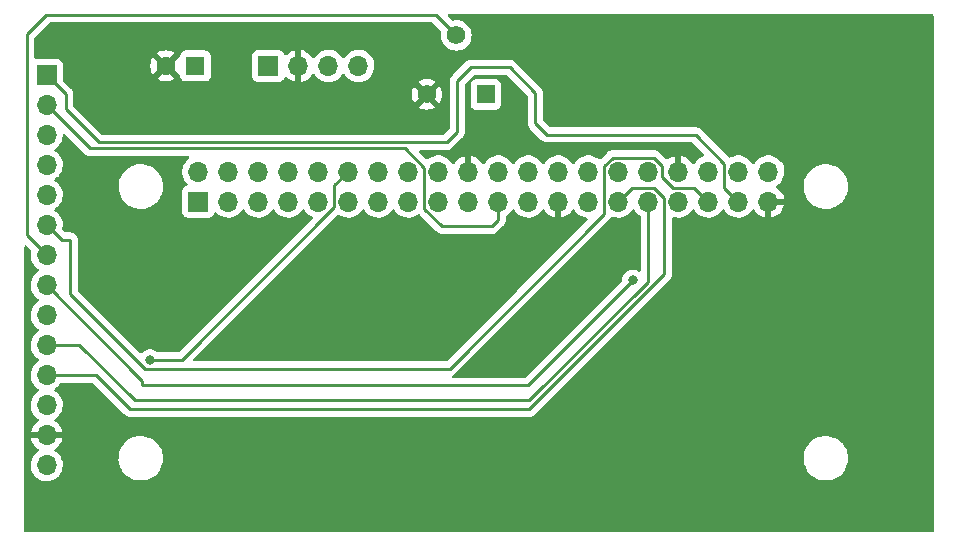
<source format=gbr>
%TF.GenerationSoftware,KiCad,Pcbnew,6.0.9-8da3e8f707~116~ubuntu22.04.1*%
%TF.CreationDate,2022-11-17T13:26:58-05:00*%
%TF.ProjectId,can-crusher-pi-hat,63616e2d-6372-4757-9368-65722d70692d,rev?*%
%TF.SameCoordinates,Original*%
%TF.FileFunction,Copper,L2,Bot*%
%TF.FilePolarity,Positive*%
%FSLAX46Y46*%
G04 Gerber Fmt 4.6, Leading zero omitted, Abs format (unit mm)*
G04 Created by KiCad (PCBNEW 6.0.9-8da3e8f707~116~ubuntu22.04.1) date 2022-11-17 13:26:58*
%MOMM*%
%LPD*%
G01*
G04 APERTURE LIST*
%TA.AperFunction,ComponentPad*%
%ADD10R,1.700000X1.700000*%
%TD*%
%TA.AperFunction,ComponentPad*%
%ADD11O,1.700000X1.700000*%
%TD*%
%TA.AperFunction,ComponentPad*%
%ADD12R,1.560000X1.560000*%
%TD*%
%TA.AperFunction,ComponentPad*%
%ADD13C,1.560000*%
%TD*%
%TA.AperFunction,ComponentPad*%
%ADD14R,1.600000X1.600000*%
%TD*%
%TA.AperFunction,ComponentPad*%
%ADD15C,1.600000*%
%TD*%
%TA.AperFunction,ViaPad*%
%ADD16C,0.800000*%
%TD*%
%TA.AperFunction,Conductor*%
%ADD17C,0.250000*%
%TD*%
G04 APERTURE END LIST*
D10*
%TO.P,J3,1,+5V_IN*%
%TO.N,+5V*%
X130175000Y-56896000D03*
D11*
%TO.P,J3,2,GND*%
%TO.N,GND*%
X132715000Y-56896000D03*
%TO.P,J3,3,TX*%
%TO.N,Net-(J1-Pad8)*%
X135255000Y-56896000D03*
%TO.P,J3,4,RX*%
%TO.N,Net-(J1-Pad10)*%
X137795000Y-56896000D03*
%TD*%
D12*
%TO.P,RV1,1,1*%
%TO.N,+3V3*%
X148590000Y-59309000D03*
D13*
%TO.P,RV1,2,2*%
%TO.N,Net-(J2-Pad7)*%
X146090000Y-54309000D03*
%TO.P,RV1,3,3*%
%TO.N,GND*%
X143590000Y-59309000D03*
%TD*%
D14*
%TO.P,C1,1*%
%TO.N,+5V*%
X123991380Y-56896000D03*
D15*
%TO.P,C1,2*%
%TO.N,GND*%
X121491380Y-56896000D03*
%TD*%
D10*
%TO.P,J2,1,Touch_IRQ*%
%TO.N,Net-(J1-Pad37)*%
X111404000Y-57668000D03*
D11*
%TO.P,J2,2,TOUCH_MISO*%
%TO.N,Net-(J1-Pad21)*%
X111404000Y-60208000D03*
%TO.P,J2,3,Touch_MOSI*%
%TO.N,Net-(J1-Pad19)*%
X111404000Y-62748000D03*
%TO.P,J2,4,Touch_CS*%
%TO.N,Net-(J1-Pad24)*%
X111404000Y-65288000D03*
%TO.P,J2,5,Touch_CLK*%
%TO.N,Net-(J1-Pad23)*%
X111404000Y-67828000D03*
%TO.P,J2,6,LCD_MISO*%
%TO.N,Net-(J1-Pad35)*%
X111404000Y-70368000D03*
%TO.P,J2,7,LCD_BKLIGHT*%
%TO.N,Net-(J2-Pad7)*%
X111404000Y-72908000D03*
%TO.P,J2,8,LCD_CLK*%
%TO.N,Net-(J1-Pad40)*%
X111404000Y-75448000D03*
%TO.P,J2,9,LCD_MOSI*%
%TO.N,Net-(J1-Pad38)*%
X111404000Y-77988000D03*
%TO.P,J2,10,LCD_DC*%
%TO.N,Net-(J1-Pad31)*%
X111404000Y-80528000D03*
%TO.P,J2,11,LCD_RESET*%
%TO.N,Net-(J1-Pad29)*%
X111404000Y-83068000D03*
%TO.P,J2,12,LCD_CS*%
%TO.N,Net-(J1-Pad12)*%
X111404000Y-85608000D03*
%TO.P,J2,13,GND*%
%TO.N,GND*%
X111404000Y-88148000D03*
%TO.P,J2,14,3V3_VCC*%
%TO.N,+3V3*%
X111404000Y-90688000D03*
%TD*%
D10*
%TO.P,J1,1,3V3*%
%TO.N,+3V3*%
X124243000Y-68374000D03*
D11*
%TO.P,J1,2,5V*%
%TO.N,+5V*%
X124243000Y-65834000D03*
%TO.P,J1,3,SDA/GPIO2*%
%TO.N,unconnected-(J1-Pad3)*%
X126783000Y-68374000D03*
%TO.P,J1,4,5V*%
%TO.N,+5V*%
X126783000Y-65834000D03*
%TO.P,J1,5,SCL/GPIO3*%
%TO.N,unconnected-(J1-Pad5)*%
X129323000Y-68374000D03*
%TO.P,J1,6,GND*%
%TO.N,GND*%
X129323000Y-65834000D03*
%TO.P,J1,7,GCLK0/GPIO4*%
%TO.N,unconnected-(J1-Pad7)*%
X131863000Y-68374000D03*
%TO.P,J1,8,GPIO14/TXD*%
%TO.N,Net-(J1-Pad8)*%
X131863000Y-65834000D03*
%TO.P,J1,9,GND*%
%TO.N,GND*%
X134403000Y-68374000D03*
%TO.P,J1,10,GPIO15/RXD*%
%TO.N,Net-(J1-Pad10)*%
X134403000Y-65834000D03*
%TO.P,J1,11,GPIO17*%
%TO.N,unconnected-(J1-Pad11)*%
X136943000Y-68374000D03*
%TO.P,J1,12,GPIO18/PWM0*%
%TO.N,Net-(J1-Pad12)*%
X136943000Y-65834000D03*
%TO.P,J1,13,GPIO27*%
%TO.N,unconnected-(J1-Pad13)*%
X139483000Y-68374000D03*
%TO.P,J1,14,GND*%
%TO.N,GND*%
X139483000Y-65834000D03*
%TO.P,J1,15,GPIO22*%
%TO.N,unconnected-(J1-Pad15)*%
X142023000Y-68374000D03*
%TO.P,J1,16,GPIO23*%
%TO.N,unconnected-(J1-Pad16)*%
X142023000Y-65834000D03*
%TO.P,J1,17,3V3*%
%TO.N,+3V3*%
X144563000Y-68374000D03*
%TO.P,J1,18,GPIO24*%
%TO.N,unconnected-(J1-Pad18)*%
X144563000Y-65834000D03*
%TO.P,J1,19,MOSI0/GPIO10*%
%TO.N,Net-(J1-Pad19)*%
X147103000Y-68374000D03*
%TO.P,J1,20,GND*%
%TO.N,GND*%
X147103000Y-65834000D03*
%TO.P,J1,21,MISO0/GPIO9*%
%TO.N,Net-(J1-Pad21)*%
X149643000Y-68374000D03*
%TO.P,J1,22,GPIO25*%
%TO.N,unconnected-(J1-Pad22)*%
X149643000Y-65834000D03*
%TO.P,J1,23,SCLK0/GPIO11*%
%TO.N,Net-(J1-Pad23)*%
X152183000Y-68374000D03*
%TO.P,J1,24,~{CE0}/GPIO8*%
%TO.N,Net-(J1-Pad24)*%
X152183000Y-65834000D03*
%TO.P,J1,25,GND*%
%TO.N,GND*%
X154723000Y-68374000D03*
%TO.P,J1,26,~{CE1}/GPIO7*%
%TO.N,unconnected-(J1-Pad26)*%
X154723000Y-65834000D03*
%TO.P,J1,27,ID_SD/GPIO0*%
%TO.N,unconnected-(J1-Pad27)*%
X157263000Y-68374000D03*
%TO.P,J1,28,ID_SC/GPIO1*%
%TO.N,unconnected-(J1-Pad28)*%
X157263000Y-65834000D03*
%TO.P,J1,29,GCLK1/GPIO5*%
%TO.N,Net-(J1-Pad29)*%
X159803000Y-68374000D03*
%TO.P,J1,30,GND*%
%TO.N,GND*%
X159803000Y-65834000D03*
%TO.P,J1,31,GCLK2/GPIO6*%
%TO.N,Net-(J1-Pad31)*%
X162343000Y-68374000D03*
%TO.P,J1,32,PWM0/GPIO12*%
%TO.N,unconnected-(J1-Pad32)*%
X162343000Y-65834000D03*
%TO.P,J1,33,PWM1/GPIO13*%
%TO.N,unconnected-(J1-Pad33)*%
X164883000Y-68374000D03*
%TO.P,J1,34,GND*%
%TO.N,GND*%
X164883000Y-65834000D03*
%TO.P,J1,35,GPIO19/MISO1*%
%TO.N,Net-(J1-Pad35)*%
X167423000Y-68374000D03*
%TO.P,J1,36,GPIO16*%
%TO.N,unconnected-(J1-Pad36)*%
X167423000Y-65834000D03*
%TO.P,J1,37,GPIO26*%
%TO.N,Net-(J1-Pad37)*%
X169963000Y-68374000D03*
%TO.P,J1,38,GPIO20/MOSI1*%
%TO.N,Net-(J1-Pad38)*%
X169963000Y-65834000D03*
%TO.P,J1,39,GND*%
%TO.N,GND*%
X172503000Y-68374000D03*
%TO.P,J1,40,GPIO21/SCLK1*%
%TO.N,Net-(J1-Pad40)*%
X172503000Y-65834000D03*
%TD*%
D16*
%TO.N,GND*%
X157226000Y-74422000D03*
X184277000Y-55245000D03*
X118618000Y-71247000D03*
X181991000Y-94615000D03*
X179578000Y-58547000D03*
X185166000Y-66548000D03*
X177546000Y-78105000D03*
X159893000Y-85598000D03*
X136779000Y-89535000D03*
X143256000Y-55753000D03*
X118364000Y-75311000D03*
X113919000Y-54356000D03*
X114808000Y-60452000D03*
X139827000Y-60833000D03*
X166624000Y-70866000D03*
X126746000Y-89662000D03*
X136525000Y-80645000D03*
X128905000Y-61214000D03*
X158623000Y-93345000D03*
X118364000Y-79375000D03*
X122428000Y-70739000D03*
X142748000Y-71501000D03*
X128270000Y-72009000D03*
X184277000Y-81280000D03*
X151003000Y-73279000D03*
X146050000Y-72898000D03*
X113792000Y-84328000D03*
X169799000Y-81915000D03*
X137287000Y-71374000D03*
X151003000Y-60706000D03*
X156464000Y-58674000D03*
X113665000Y-87376000D03*
X165989000Y-89789000D03*
%TO.N,Net-(J1-Pad12)*%
X120142000Y-81788000D03*
%TO.N,Net-(J1-Pad40)*%
X161036000Y-75057000D03*
%TD*%
D17*
%TO.N,Net-(J1-Pad12)*%
X122840701Y-81788000D02*
X135768000Y-68860701D01*
X120142000Y-81788000D02*
X122840701Y-81788000D01*
X135768000Y-68860701D02*
X135768000Y-67009000D01*
X135768000Y-67009000D02*
X136943000Y-65834000D01*
%TO.N,Net-(J1-Pad21)*%
X143388000Y-68966000D02*
X144907000Y-70485000D01*
X144907000Y-70485000D02*
X149098000Y-70485000D01*
X149643000Y-69940000D02*
X149643000Y-68374000D01*
X115077000Y-63881000D02*
X141731701Y-63881000D01*
X149098000Y-70485000D02*
X149643000Y-69940000D01*
X111404000Y-60208000D02*
X115077000Y-63881000D01*
X141731701Y-63881000D02*
X143388000Y-65537299D01*
X143388000Y-65537299D02*
X143388000Y-68966000D01*
%TO.N,Net-(J1-Pad29)*%
X163703000Y-74549000D02*
X152273000Y-85979000D01*
X160978000Y-67199000D02*
X162830000Y-67199000D01*
X163703000Y-68072000D02*
X163703000Y-74549000D01*
X118491000Y-85979000D02*
X115580000Y-83068000D01*
X162830000Y-67199000D02*
X163703000Y-68072000D01*
X115580000Y-83068000D02*
X111404000Y-83068000D01*
X152273000Y-85979000D02*
X118491000Y-85979000D01*
X159803000Y-68374000D02*
X160978000Y-67199000D01*
%TO.N,Net-(J1-Pad31)*%
X118872000Y-85217000D02*
X152273000Y-85217000D01*
X152273000Y-85217000D02*
X162343000Y-75147000D01*
X114183000Y-80528000D02*
X118872000Y-85217000D01*
X111404000Y-80528000D02*
X114183000Y-80528000D01*
X162343000Y-75147000D02*
X162343000Y-68374000D01*
%TO.N,Net-(J1-Pad35)*%
X145510000Y-82513000D02*
X119724000Y-82513000D01*
X158628000Y-65347299D02*
X158628000Y-69395000D01*
X162829701Y-64659000D02*
X159316299Y-64659000D01*
X158628000Y-69395000D02*
X145510000Y-82513000D01*
X112664000Y-71628000D02*
X111404000Y-70368000D01*
X164396299Y-67199000D02*
X163518000Y-66320701D01*
X166248000Y-67199000D02*
X164396299Y-67199000D01*
X159316299Y-64659000D02*
X158628000Y-65347299D01*
X119724000Y-82513000D02*
X113411000Y-76200000D01*
X163518000Y-65347299D02*
X162829701Y-64659000D01*
X167423000Y-68374000D02*
X166248000Y-67199000D01*
X163518000Y-66320701D02*
X163518000Y-65347299D01*
X113411000Y-76200000D02*
X113411000Y-71628000D01*
X113411000Y-71628000D02*
X112664000Y-71628000D01*
%TO.N,Net-(J1-Pad37)*%
X146177000Y-58166000D02*
X147320000Y-57023000D01*
X168788000Y-67199000D02*
X169963000Y-68374000D01*
X111404000Y-57668000D02*
X113030000Y-59294000D01*
X146177000Y-62484000D02*
X146177000Y-58166000D01*
X147320000Y-57023000D02*
X150622000Y-57023000D01*
X152781000Y-61722000D02*
X153797000Y-62738000D01*
X115824000Y-63373000D02*
X145288000Y-63373000D01*
X152781000Y-59182000D02*
X152781000Y-61722000D01*
X113030000Y-59294000D02*
X113030000Y-60579000D01*
X168788000Y-65156000D02*
X168788000Y-67199000D01*
X153797000Y-62738000D02*
X166370000Y-62738000D01*
X150622000Y-57023000D02*
X152781000Y-59182000D01*
X166370000Y-62738000D02*
X168788000Y-65156000D01*
X113030000Y-60579000D02*
X115824000Y-63373000D01*
X145288000Y-63373000D02*
X146177000Y-62484000D01*
%TO.N,Net-(J1-Pad40)*%
X152146000Y-83947000D02*
X161036000Y-75057000D01*
X119507000Y-83947000D02*
X152146000Y-83947000D01*
X111404000Y-75448000D02*
X119507000Y-83551000D01*
X119507000Y-83551000D02*
X119507000Y-83947000D01*
%TO.N,Net-(J2-Pad7)*%
X111379000Y-52578000D02*
X144359000Y-52578000D01*
X144359000Y-52578000D02*
X146090000Y-54309000D01*
X109728000Y-54229000D02*
X111379000Y-52578000D01*
X111404000Y-72908000D02*
X109728000Y-71232000D01*
X109728000Y-71232000D02*
X109728000Y-54229000D01*
%TD*%
%TA.AperFunction,Conductor*%
%TO.N,GND*%
G36*
X186433621Y-52528502D02*
G01*
X186480114Y-52582158D01*
X186491500Y-52634500D01*
X186491500Y-96270500D01*
X186471498Y-96338621D01*
X186417842Y-96385114D01*
X186365500Y-96396500D01*
X109634500Y-96396500D01*
X109566379Y-96376498D01*
X109519886Y-96322842D01*
X109508500Y-96270500D01*
X109508500Y-90654695D01*
X110041251Y-90654695D01*
X110041548Y-90659848D01*
X110041548Y-90659851D01*
X110047011Y-90754590D01*
X110054110Y-90877715D01*
X110055247Y-90882761D01*
X110055248Y-90882767D01*
X110066698Y-90933573D01*
X110103222Y-91095639D01*
X110187266Y-91302616D01*
X110303987Y-91493088D01*
X110450250Y-91661938D01*
X110622126Y-91804632D01*
X110815000Y-91917338D01*
X111023692Y-91997030D01*
X111028760Y-91998061D01*
X111028763Y-91998062D01*
X111136017Y-92019883D01*
X111242597Y-92041567D01*
X111247772Y-92041757D01*
X111247774Y-92041757D01*
X111460673Y-92049564D01*
X111460677Y-92049564D01*
X111465837Y-92049753D01*
X111470957Y-92049097D01*
X111470959Y-92049097D01*
X111682288Y-92022025D01*
X111682289Y-92022025D01*
X111687416Y-92021368D01*
X111692366Y-92019883D01*
X111896429Y-91958661D01*
X111896434Y-91958659D01*
X111901384Y-91957174D01*
X112101994Y-91858896D01*
X112283860Y-91729173D01*
X112326704Y-91686479D01*
X112438435Y-91575137D01*
X112442096Y-91571489D01*
X112501594Y-91488689D01*
X112569435Y-91394277D01*
X112572453Y-91390077D01*
X112607445Y-91319277D01*
X112669136Y-91194453D01*
X112669137Y-91194451D01*
X112671430Y-91189811D01*
X112736370Y-90976069D01*
X112765529Y-90754590D01*
X112767156Y-90688000D01*
X112748852Y-90465361D01*
X112694431Y-90248702D01*
X112650143Y-90146846D01*
X117484948Y-90146846D01*
X117510909Y-90418949D01*
X117511994Y-90423383D01*
X117511995Y-90423389D01*
X117554690Y-90597868D01*
X117575878Y-90684455D01*
X117577590Y-90688681D01*
X117577591Y-90688685D01*
X117654156Y-90877715D01*
X117678493Y-90937801D01*
X117680797Y-90941736D01*
X117680799Y-90941740D01*
X117739915Y-91042701D01*
X117816606Y-91173680D01*
X117987323Y-91387151D01*
X118187068Y-91573742D01*
X118411656Y-91729544D01*
X118538501Y-91792648D01*
X118652296Y-91849261D01*
X118652299Y-91849262D01*
X118656383Y-91851294D01*
X118916121Y-91936440D01*
X118920612Y-91937220D01*
X118920613Y-91937220D01*
X119181650Y-91982544D01*
X119181658Y-91982545D01*
X119185431Y-91983200D01*
X119189268Y-91983391D01*
X119270233Y-91987422D01*
X119270241Y-91987422D01*
X119271804Y-91987500D01*
X119442434Y-91987500D01*
X119444702Y-91987335D01*
X119444714Y-91987335D01*
X119576273Y-91977789D01*
X119645622Y-91972757D01*
X119650077Y-91971773D01*
X119650080Y-91971773D01*
X119908073Y-91914814D01*
X119908077Y-91914813D01*
X119912533Y-91913829D01*
X120057526Y-91858896D01*
X120163872Y-91818605D01*
X120163875Y-91818604D01*
X120168142Y-91816987D01*
X120407094Y-91684261D01*
X120548507Y-91576338D01*
X120620751Y-91521203D01*
X120620752Y-91521202D01*
X120624383Y-91518431D01*
X120649158Y-91493088D01*
X120812264Y-91326238D01*
X120815458Y-91322971D01*
X120818147Y-91319277D01*
X120973629Y-91105667D01*
X120973632Y-91105661D01*
X120976315Y-91101976D01*
X120978437Y-91097943D01*
X120978440Y-91097938D01*
X121101460Y-90864115D01*
X121101460Y-90864114D01*
X121103586Y-90860074D01*
X121194603Y-90602334D01*
X121227051Y-90437707D01*
X121246580Y-90338627D01*
X121246581Y-90338621D01*
X121247461Y-90334155D01*
X121247688Y-90329599D01*
X121256786Y-90146846D01*
X175484948Y-90146846D01*
X175510909Y-90418949D01*
X175511994Y-90423383D01*
X175511995Y-90423389D01*
X175554690Y-90597868D01*
X175575878Y-90684455D01*
X175577590Y-90688681D01*
X175577591Y-90688685D01*
X175654156Y-90877715D01*
X175678493Y-90937801D01*
X175680797Y-90941736D01*
X175680799Y-90941740D01*
X175739915Y-91042701D01*
X175816606Y-91173680D01*
X175987323Y-91387151D01*
X176187068Y-91573742D01*
X176411656Y-91729544D01*
X176538501Y-91792648D01*
X176652296Y-91849261D01*
X176652299Y-91849262D01*
X176656383Y-91851294D01*
X176916121Y-91936440D01*
X176920612Y-91937220D01*
X176920613Y-91937220D01*
X177181650Y-91982544D01*
X177181658Y-91982545D01*
X177185431Y-91983200D01*
X177189268Y-91983391D01*
X177270233Y-91987422D01*
X177270241Y-91987422D01*
X177271804Y-91987500D01*
X177442434Y-91987500D01*
X177444702Y-91987335D01*
X177444714Y-91987335D01*
X177576273Y-91977789D01*
X177645622Y-91972757D01*
X177650077Y-91971773D01*
X177650080Y-91971773D01*
X177908073Y-91914814D01*
X177908077Y-91914813D01*
X177912533Y-91913829D01*
X178057526Y-91858896D01*
X178163872Y-91818605D01*
X178163875Y-91818604D01*
X178168142Y-91816987D01*
X178407094Y-91684261D01*
X178548507Y-91576338D01*
X178620751Y-91521203D01*
X178620752Y-91521202D01*
X178624383Y-91518431D01*
X178649158Y-91493088D01*
X178812264Y-91326238D01*
X178815458Y-91322971D01*
X178818147Y-91319277D01*
X178973629Y-91105667D01*
X178973632Y-91105661D01*
X178976315Y-91101976D01*
X178978437Y-91097943D01*
X178978440Y-91097938D01*
X179101460Y-90864115D01*
X179101460Y-90864114D01*
X179103586Y-90860074D01*
X179194603Y-90602334D01*
X179227051Y-90437707D01*
X179246580Y-90338627D01*
X179246581Y-90338621D01*
X179247461Y-90334155D01*
X179247688Y-90329599D01*
X179260825Y-90065723D01*
X179260825Y-90065717D01*
X179261052Y-90061154D01*
X179235091Y-89789051D01*
X179205626Y-89668635D01*
X179171207Y-89527979D01*
X179170122Y-89523545D01*
X179138162Y-89444638D01*
X179069220Y-89274427D01*
X179069217Y-89274421D01*
X179067507Y-89270199D01*
X178929394Y-89034320D01*
X178785205Y-88854020D01*
X178761529Y-88824415D01*
X178761528Y-88824413D01*
X178758677Y-88820849D01*
X178558932Y-88634258D01*
X178334344Y-88478456D01*
X178188256Y-88405778D01*
X178093704Y-88358739D01*
X178093701Y-88358738D01*
X178089617Y-88356706D01*
X177829879Y-88271560D01*
X177825387Y-88270780D01*
X177564350Y-88225456D01*
X177564342Y-88225455D01*
X177560569Y-88224800D01*
X177549238Y-88224236D01*
X177475767Y-88220578D01*
X177475759Y-88220578D01*
X177474196Y-88220500D01*
X177303566Y-88220500D01*
X177301298Y-88220665D01*
X177301286Y-88220665D01*
X177169727Y-88230211D01*
X177100378Y-88235243D01*
X177095923Y-88236227D01*
X177095920Y-88236227D01*
X176837927Y-88293186D01*
X176837923Y-88293187D01*
X176833467Y-88294171D01*
X176705663Y-88342592D01*
X176582128Y-88389395D01*
X176582125Y-88389396D01*
X176577858Y-88391013D01*
X176338906Y-88523739D01*
X176121617Y-88689569D01*
X175930542Y-88885029D01*
X175927855Y-88888721D01*
X175927853Y-88888723D01*
X175772371Y-89102333D01*
X175772368Y-89102339D01*
X175769685Y-89106024D01*
X175767563Y-89110057D01*
X175767560Y-89110062D01*
X175685080Y-89266831D01*
X175642414Y-89347926D01*
X175640896Y-89352225D01*
X175640895Y-89352227D01*
X175620616Y-89409654D01*
X175551397Y-89605666D01*
X175550517Y-89610132D01*
X175502002Y-89856277D01*
X175498539Y-89873845D01*
X175498312Y-89878398D01*
X175498312Y-89878401D01*
X175488987Y-90065723D01*
X175484948Y-90146846D01*
X121256786Y-90146846D01*
X121260825Y-90065723D01*
X121260825Y-90065717D01*
X121261052Y-90061154D01*
X121235091Y-89789051D01*
X121205626Y-89668635D01*
X121171207Y-89527979D01*
X121170122Y-89523545D01*
X121138162Y-89444638D01*
X121069220Y-89274427D01*
X121069217Y-89274421D01*
X121067507Y-89270199D01*
X120929394Y-89034320D01*
X120785205Y-88854020D01*
X120761529Y-88824415D01*
X120761528Y-88824413D01*
X120758677Y-88820849D01*
X120558932Y-88634258D01*
X120334344Y-88478456D01*
X120188256Y-88405778D01*
X120093704Y-88358739D01*
X120093701Y-88358738D01*
X120089617Y-88356706D01*
X119829879Y-88271560D01*
X119825387Y-88270780D01*
X119564350Y-88225456D01*
X119564342Y-88225455D01*
X119560569Y-88224800D01*
X119549238Y-88224236D01*
X119475767Y-88220578D01*
X119475759Y-88220578D01*
X119474196Y-88220500D01*
X119303566Y-88220500D01*
X119301298Y-88220665D01*
X119301286Y-88220665D01*
X119169727Y-88230211D01*
X119100378Y-88235243D01*
X119095923Y-88236227D01*
X119095920Y-88236227D01*
X118837927Y-88293186D01*
X118837923Y-88293187D01*
X118833467Y-88294171D01*
X118705663Y-88342592D01*
X118582128Y-88389395D01*
X118582125Y-88389396D01*
X118577858Y-88391013D01*
X118338906Y-88523739D01*
X118121617Y-88689569D01*
X117930542Y-88885029D01*
X117927855Y-88888721D01*
X117927853Y-88888723D01*
X117772371Y-89102333D01*
X117772368Y-89102339D01*
X117769685Y-89106024D01*
X117767563Y-89110057D01*
X117767560Y-89110062D01*
X117685080Y-89266831D01*
X117642414Y-89347926D01*
X117640896Y-89352225D01*
X117640895Y-89352227D01*
X117620616Y-89409654D01*
X117551397Y-89605666D01*
X117550517Y-89610132D01*
X117502002Y-89856277D01*
X117498539Y-89873845D01*
X117498312Y-89878398D01*
X117498312Y-89878401D01*
X117488987Y-90065723D01*
X117484948Y-90146846D01*
X112650143Y-90146846D01*
X112605354Y-90043840D01*
X112498327Y-89878401D01*
X112486822Y-89860617D01*
X112486820Y-89860614D01*
X112484014Y-89856277D01*
X112333670Y-89691051D01*
X112329619Y-89687852D01*
X112329615Y-89687848D01*
X112162414Y-89555800D01*
X112162410Y-89555798D01*
X112158359Y-89552598D01*
X112116569Y-89529529D01*
X112066598Y-89479097D01*
X112051826Y-89409654D01*
X112076942Y-89343248D01*
X112104294Y-89316641D01*
X112279328Y-89191792D01*
X112287200Y-89185139D01*
X112438052Y-89034812D01*
X112444730Y-89026965D01*
X112569003Y-88854020D01*
X112574313Y-88845183D01*
X112668670Y-88654267D01*
X112672469Y-88644672D01*
X112734377Y-88440910D01*
X112736555Y-88430837D01*
X112737986Y-88419962D01*
X112735775Y-88405778D01*
X112722617Y-88402000D01*
X110087225Y-88402000D01*
X110073694Y-88405973D01*
X110072257Y-88415966D01*
X110102565Y-88550446D01*
X110105645Y-88560275D01*
X110185770Y-88757603D01*
X110190413Y-88766794D01*
X110301694Y-88948388D01*
X110307777Y-88956699D01*
X110447213Y-89117667D01*
X110454580Y-89124883D01*
X110618434Y-89260916D01*
X110626881Y-89266831D01*
X110695969Y-89307203D01*
X110744693Y-89358842D01*
X110757764Y-89428625D01*
X110731033Y-89494396D01*
X110690584Y-89527752D01*
X110677607Y-89534507D01*
X110673474Y-89537610D01*
X110673471Y-89537612D01*
X110503100Y-89665530D01*
X110498965Y-89668635D01*
X110344629Y-89830138D01*
X110218743Y-90014680D01*
X110124688Y-90217305D01*
X110064989Y-90432570D01*
X110041251Y-90654695D01*
X109508500Y-90654695D01*
X109508500Y-72212594D01*
X109528502Y-72144473D01*
X109582158Y-72097980D01*
X109652432Y-72087876D01*
X109717012Y-72117370D01*
X109723595Y-72123499D01*
X110053778Y-72453682D01*
X110087804Y-72515994D01*
X110086100Y-72576448D01*
X110064989Y-72652570D01*
X110064441Y-72657700D01*
X110064440Y-72657704D01*
X110054654Y-72749281D01*
X110041251Y-72874695D01*
X110054110Y-73097715D01*
X110055247Y-73102761D01*
X110055248Y-73102767D01*
X110076275Y-73196069D01*
X110103222Y-73315639D01*
X110187266Y-73522616D01*
X110303987Y-73713088D01*
X110450250Y-73881938D01*
X110622126Y-74024632D01*
X110692595Y-74065811D01*
X110695445Y-74067476D01*
X110744169Y-74119114D01*
X110757240Y-74188897D01*
X110730509Y-74254669D01*
X110690055Y-74288027D01*
X110677607Y-74294507D01*
X110673474Y-74297610D01*
X110673471Y-74297612D01*
X110559685Y-74383045D01*
X110498965Y-74428635D01*
X110344629Y-74590138D01*
X110341715Y-74594410D01*
X110341714Y-74594411D01*
X110331915Y-74608776D01*
X110218743Y-74774680D01*
X110196406Y-74822802D01*
X110128650Y-74968770D01*
X110124688Y-74977305D01*
X110064989Y-75192570D01*
X110041251Y-75414695D01*
X110054110Y-75637715D01*
X110055247Y-75642761D01*
X110055248Y-75642767D01*
X110076275Y-75736069D01*
X110103222Y-75855639D01*
X110187266Y-76062616D01*
X110303987Y-76253088D01*
X110450250Y-76421938D01*
X110622126Y-76564632D01*
X110692595Y-76605811D01*
X110695445Y-76607476D01*
X110744169Y-76659114D01*
X110757240Y-76728897D01*
X110730509Y-76794669D01*
X110690055Y-76828027D01*
X110677607Y-76834507D01*
X110673474Y-76837610D01*
X110673471Y-76837612D01*
X110503100Y-76965530D01*
X110498965Y-76968635D01*
X110344629Y-77130138D01*
X110218743Y-77314680D01*
X110124688Y-77517305D01*
X110064989Y-77732570D01*
X110041251Y-77954695D01*
X110041548Y-77959848D01*
X110041548Y-77959851D01*
X110047011Y-78054590D01*
X110054110Y-78177715D01*
X110055247Y-78182761D01*
X110055248Y-78182767D01*
X110075119Y-78270939D01*
X110103222Y-78395639D01*
X110187266Y-78602616D01*
X110303987Y-78793088D01*
X110450250Y-78961938D01*
X110622126Y-79104632D01*
X110692595Y-79145811D01*
X110695445Y-79147476D01*
X110744169Y-79199114D01*
X110757240Y-79268897D01*
X110730509Y-79334669D01*
X110690055Y-79368027D01*
X110677607Y-79374507D01*
X110673474Y-79377610D01*
X110673471Y-79377612D01*
X110649247Y-79395800D01*
X110498965Y-79508635D01*
X110344629Y-79670138D01*
X110218743Y-79854680D01*
X110180011Y-79938121D01*
X110143471Y-80016841D01*
X110124688Y-80057305D01*
X110064989Y-80272570D01*
X110041251Y-80494695D01*
X110054110Y-80717715D01*
X110055247Y-80722761D01*
X110055248Y-80722767D01*
X110079304Y-80829508D01*
X110103222Y-80935639D01*
X110127000Y-80994197D01*
X110183970Y-81134498D01*
X110187266Y-81142616D01*
X110303987Y-81333088D01*
X110450250Y-81501938D01*
X110622126Y-81644632D01*
X110655964Y-81664405D01*
X110695445Y-81687476D01*
X110744169Y-81739114D01*
X110757240Y-81808897D01*
X110730509Y-81874669D01*
X110690055Y-81908027D01*
X110677607Y-81914507D01*
X110673474Y-81917610D01*
X110673471Y-81917612D01*
X110649247Y-81935800D01*
X110498965Y-82048635D01*
X110344629Y-82210138D01*
X110218743Y-82394680D01*
X110124688Y-82597305D01*
X110064989Y-82812570D01*
X110041251Y-83034695D01*
X110041548Y-83039848D01*
X110041548Y-83039851D01*
X110050944Y-83202813D01*
X110054110Y-83257715D01*
X110055247Y-83262761D01*
X110055248Y-83262767D01*
X110062174Y-83293498D01*
X110103222Y-83475639D01*
X110187266Y-83682616D01*
X110236285Y-83762608D01*
X110299395Y-83865594D01*
X110303987Y-83873088D01*
X110450250Y-84041938D01*
X110622126Y-84184632D01*
X110680726Y-84218875D01*
X110695445Y-84227476D01*
X110744169Y-84279114D01*
X110757240Y-84348897D01*
X110730509Y-84414669D01*
X110690055Y-84448027D01*
X110677607Y-84454507D01*
X110673474Y-84457610D01*
X110673471Y-84457612D01*
X110505804Y-84583500D01*
X110498965Y-84588635D01*
X110344629Y-84750138D01*
X110218743Y-84934680D01*
X110124688Y-85137305D01*
X110064989Y-85352570D01*
X110041251Y-85574695D01*
X110041548Y-85579848D01*
X110041548Y-85579851D01*
X110047011Y-85674590D01*
X110054110Y-85797715D01*
X110055247Y-85802761D01*
X110055248Y-85802767D01*
X110075119Y-85890939D01*
X110103222Y-86015639D01*
X110187266Y-86222616D01*
X110189965Y-86227020D01*
X110287399Y-86386018D01*
X110303987Y-86413088D01*
X110450250Y-86581938D01*
X110622126Y-86724632D01*
X110695955Y-86767774D01*
X110744679Y-86819412D01*
X110757750Y-86889195D01*
X110731019Y-86954967D01*
X110690562Y-86988327D01*
X110682457Y-86992546D01*
X110673738Y-86998036D01*
X110503433Y-87125905D01*
X110495726Y-87132748D01*
X110348590Y-87286717D01*
X110342104Y-87294727D01*
X110222098Y-87470649D01*
X110217000Y-87479623D01*
X110127338Y-87672783D01*
X110123775Y-87682470D01*
X110068389Y-87882183D01*
X110069912Y-87890607D01*
X110082292Y-87894000D01*
X112722344Y-87894000D01*
X112735875Y-87890027D01*
X112737180Y-87880947D01*
X112695214Y-87713875D01*
X112691894Y-87704124D01*
X112606972Y-87508814D01*
X112602105Y-87499739D01*
X112486426Y-87320926D01*
X112480136Y-87312757D01*
X112336806Y-87155240D01*
X112329273Y-87148215D01*
X112162139Y-87016222D01*
X112153556Y-87010520D01*
X112116602Y-86990120D01*
X112066631Y-86939687D01*
X112051859Y-86870245D01*
X112076975Y-86803839D01*
X112104327Y-86777232D01*
X112127797Y-86760491D01*
X112283860Y-86649173D01*
X112316674Y-86616474D01*
X112394868Y-86538552D01*
X112442096Y-86491489D01*
X112447807Y-86483542D01*
X112569435Y-86314277D01*
X112572453Y-86310077D01*
X112671430Y-86109811D01*
X112736370Y-85896069D01*
X112765529Y-85674590D01*
X112767156Y-85608000D01*
X112748852Y-85385361D01*
X112694431Y-85168702D01*
X112605354Y-84963840D01*
X112484014Y-84776277D01*
X112333670Y-84611051D01*
X112329619Y-84607852D01*
X112329615Y-84607848D01*
X112162414Y-84475800D01*
X112162410Y-84475798D01*
X112158359Y-84472598D01*
X112117053Y-84449796D01*
X112067084Y-84399364D01*
X112052312Y-84329921D01*
X112077428Y-84263516D01*
X112104780Y-84236909D01*
X112148603Y-84205650D01*
X112283860Y-84109173D01*
X112442096Y-83951489D01*
X112479728Y-83899119D01*
X112569435Y-83774277D01*
X112572453Y-83770077D01*
X112574746Y-83765437D01*
X112576446Y-83762608D01*
X112628674Y-83714518D01*
X112684451Y-83701500D01*
X115265406Y-83701500D01*
X115333527Y-83721502D01*
X115354501Y-83738405D01*
X117987343Y-86371247D01*
X117994887Y-86379537D01*
X117999000Y-86386018D01*
X118004777Y-86391443D01*
X118048667Y-86432658D01*
X118051509Y-86435413D01*
X118071231Y-86455135D01*
X118074355Y-86457558D01*
X118074359Y-86457562D01*
X118074424Y-86457612D01*
X118083445Y-86465317D01*
X118115679Y-86495586D01*
X118122627Y-86499405D01*
X118122629Y-86499407D01*
X118133432Y-86505346D01*
X118149959Y-86516202D01*
X118159698Y-86523757D01*
X118159700Y-86523758D01*
X118165960Y-86528614D01*
X118206540Y-86546174D01*
X118217188Y-86551391D01*
X118241976Y-86565018D01*
X118255940Y-86572695D01*
X118263616Y-86574666D01*
X118263619Y-86574667D01*
X118275562Y-86577733D01*
X118294267Y-86584137D01*
X118312855Y-86592181D01*
X118320678Y-86593420D01*
X118320688Y-86593423D01*
X118356524Y-86599099D01*
X118368144Y-86601505D01*
X118399959Y-86609673D01*
X118410970Y-86612500D01*
X118431224Y-86612500D01*
X118450934Y-86614051D01*
X118470943Y-86617220D01*
X118478835Y-86616474D01*
X118497580Y-86614702D01*
X118514962Y-86613059D01*
X118526819Y-86612500D01*
X152194233Y-86612500D01*
X152205416Y-86613027D01*
X152212909Y-86614702D01*
X152220835Y-86614453D01*
X152220836Y-86614453D01*
X152280986Y-86612562D01*
X152284945Y-86612500D01*
X152312856Y-86612500D01*
X152316791Y-86612003D01*
X152316856Y-86611995D01*
X152328693Y-86611062D01*
X152360951Y-86610048D01*
X152364970Y-86609922D01*
X152372889Y-86609673D01*
X152392343Y-86604021D01*
X152411700Y-86600013D01*
X152423930Y-86598468D01*
X152423931Y-86598468D01*
X152431797Y-86597474D01*
X152439168Y-86594555D01*
X152439170Y-86594555D01*
X152472912Y-86581196D01*
X152484142Y-86577351D01*
X152518983Y-86567229D01*
X152518984Y-86567229D01*
X152526593Y-86565018D01*
X152533412Y-86560985D01*
X152533417Y-86560983D01*
X152544028Y-86554707D01*
X152561776Y-86546012D01*
X152580617Y-86538552D01*
X152616387Y-86512564D01*
X152626307Y-86506048D01*
X152657535Y-86487580D01*
X152657538Y-86487578D01*
X152664362Y-86483542D01*
X152678683Y-86469221D01*
X152693717Y-86456380D01*
X152695431Y-86455135D01*
X152710107Y-86444472D01*
X152738298Y-86410395D01*
X152746288Y-86401616D01*
X164095253Y-75052652D01*
X164103539Y-75045112D01*
X164110018Y-75041000D01*
X164156644Y-74991348D01*
X164159398Y-74988507D01*
X164179135Y-74968770D01*
X164181615Y-74965573D01*
X164189320Y-74956551D01*
X164214159Y-74930100D01*
X164219586Y-74924321D01*
X164223405Y-74917375D01*
X164223407Y-74917372D01*
X164229348Y-74906566D01*
X164240199Y-74890047D01*
X164247758Y-74880301D01*
X164252614Y-74874041D01*
X164255759Y-74866772D01*
X164255762Y-74866768D01*
X164270174Y-74833463D01*
X164275391Y-74822813D01*
X164296695Y-74784060D01*
X164301733Y-74764437D01*
X164308137Y-74745734D01*
X164313033Y-74734420D01*
X164313033Y-74734419D01*
X164316181Y-74727145D01*
X164317420Y-74719322D01*
X164317423Y-74719312D01*
X164323099Y-74683476D01*
X164325505Y-74671856D01*
X164334528Y-74636711D01*
X164334528Y-74636710D01*
X164336500Y-74629030D01*
X164336500Y-74608776D01*
X164338051Y-74589065D01*
X164339980Y-74576886D01*
X164341220Y-74569057D01*
X164337059Y-74525038D01*
X164336500Y-74513181D01*
X164336500Y-69802122D01*
X164356502Y-69734001D01*
X164410158Y-69687508D01*
X164480432Y-69677404D01*
X164497649Y-69681124D01*
X164497865Y-69681187D01*
X164502692Y-69683030D01*
X164721597Y-69727567D01*
X164726772Y-69727757D01*
X164726774Y-69727757D01*
X164939673Y-69735564D01*
X164939677Y-69735564D01*
X164944837Y-69735753D01*
X164949957Y-69735097D01*
X164949959Y-69735097D01*
X165161288Y-69708025D01*
X165161289Y-69708025D01*
X165166416Y-69707368D01*
X165171366Y-69705883D01*
X165375429Y-69644661D01*
X165375434Y-69644659D01*
X165380384Y-69643174D01*
X165580994Y-69544896D01*
X165762860Y-69415173D01*
X165807137Y-69371051D01*
X165906616Y-69271918D01*
X165921096Y-69257489D01*
X165949751Y-69217612D01*
X166051453Y-69076077D01*
X166052776Y-69077028D01*
X166099645Y-69033857D01*
X166169580Y-69021625D01*
X166235026Y-69049144D01*
X166262875Y-69080994D01*
X166272772Y-69097144D01*
X166322987Y-69179088D01*
X166469250Y-69347938D01*
X166641126Y-69490632D01*
X166834000Y-69603338D01*
X166838825Y-69605180D01*
X166838826Y-69605181D01*
X166847256Y-69608400D01*
X167042692Y-69683030D01*
X167047760Y-69684061D01*
X167047763Y-69684062D01*
X167142862Y-69703410D01*
X167261597Y-69727567D01*
X167266772Y-69727757D01*
X167266774Y-69727757D01*
X167479673Y-69735564D01*
X167479677Y-69735564D01*
X167484837Y-69735753D01*
X167489957Y-69735097D01*
X167489959Y-69735097D01*
X167701288Y-69708025D01*
X167701289Y-69708025D01*
X167706416Y-69707368D01*
X167711366Y-69705883D01*
X167915429Y-69644661D01*
X167915434Y-69644659D01*
X167920384Y-69643174D01*
X168120994Y-69544896D01*
X168302860Y-69415173D01*
X168347137Y-69371051D01*
X168446616Y-69271918D01*
X168461096Y-69257489D01*
X168489751Y-69217612D01*
X168591453Y-69076077D01*
X168592776Y-69077028D01*
X168639645Y-69033857D01*
X168709580Y-69021625D01*
X168775026Y-69049144D01*
X168802875Y-69080994D01*
X168812772Y-69097144D01*
X168862987Y-69179088D01*
X169009250Y-69347938D01*
X169181126Y-69490632D01*
X169374000Y-69603338D01*
X169378825Y-69605180D01*
X169378826Y-69605181D01*
X169387256Y-69608400D01*
X169582692Y-69683030D01*
X169587760Y-69684061D01*
X169587763Y-69684062D01*
X169682862Y-69703410D01*
X169801597Y-69727567D01*
X169806772Y-69727757D01*
X169806774Y-69727757D01*
X170019673Y-69735564D01*
X170019677Y-69735564D01*
X170024837Y-69735753D01*
X170029957Y-69735097D01*
X170029959Y-69735097D01*
X170241288Y-69708025D01*
X170241289Y-69708025D01*
X170246416Y-69707368D01*
X170251366Y-69705883D01*
X170455429Y-69644661D01*
X170455434Y-69644659D01*
X170460384Y-69643174D01*
X170660994Y-69544896D01*
X170842860Y-69415173D01*
X170887137Y-69371051D01*
X170986616Y-69271918D01*
X171001096Y-69257489D01*
X171029751Y-69217612D01*
X171131453Y-69076077D01*
X171132640Y-69076930D01*
X171179960Y-69033362D01*
X171249897Y-69021145D01*
X171315338Y-69048678D01*
X171343166Y-69080511D01*
X171400694Y-69174388D01*
X171406777Y-69182699D01*
X171546213Y-69343667D01*
X171553580Y-69350883D01*
X171717434Y-69486916D01*
X171725881Y-69492831D01*
X171909756Y-69600279D01*
X171919042Y-69604729D01*
X172118001Y-69680703D01*
X172127899Y-69683579D01*
X172231250Y-69704606D01*
X172245299Y-69703410D01*
X172249000Y-69693065D01*
X172249000Y-69692517D01*
X172757000Y-69692517D01*
X172761064Y-69706359D01*
X172774478Y-69708393D01*
X172781184Y-69707534D01*
X172791262Y-69705392D01*
X172995255Y-69644191D01*
X173004842Y-69640433D01*
X173196095Y-69546739D01*
X173204945Y-69541464D01*
X173378328Y-69417792D01*
X173386200Y-69411139D01*
X173537052Y-69260812D01*
X173543730Y-69252965D01*
X173668003Y-69080020D01*
X173673313Y-69071183D01*
X173767670Y-68880267D01*
X173771469Y-68870672D01*
X173833377Y-68666910D01*
X173835555Y-68656837D01*
X173836986Y-68645962D01*
X173834775Y-68631778D01*
X173821617Y-68628000D01*
X172775115Y-68628000D01*
X172759876Y-68632475D01*
X172758671Y-68633865D01*
X172757000Y-68641548D01*
X172757000Y-69692517D01*
X172249000Y-69692517D01*
X172249000Y-68246000D01*
X172269002Y-68177879D01*
X172322658Y-68131386D01*
X172375000Y-68120000D01*
X173821344Y-68120000D01*
X173834875Y-68116027D01*
X173836180Y-68106947D01*
X173794214Y-67939875D01*
X173790894Y-67930124D01*
X173705972Y-67734814D01*
X173701105Y-67725739D01*
X173585426Y-67546926D01*
X173579136Y-67538757D01*
X173435806Y-67381240D01*
X173428273Y-67374215D01*
X173261139Y-67242222D01*
X173252556Y-67236520D01*
X173215602Y-67216120D01*
X173165631Y-67165687D01*
X173161623Y-67146846D01*
X175484948Y-67146846D01*
X175510909Y-67418949D01*
X175511994Y-67423383D01*
X175511995Y-67423389D01*
X175540152Y-67538457D01*
X175575878Y-67684455D01*
X175577590Y-67688681D01*
X175577591Y-67688685D01*
X175675384Y-67930124D01*
X175678493Y-67937801D01*
X175816606Y-68173680D01*
X175987323Y-68387151D01*
X176187068Y-68573742D01*
X176411656Y-68729544D01*
X176516371Y-68781639D01*
X176652296Y-68849261D01*
X176652299Y-68849262D01*
X176656383Y-68851294D01*
X176916121Y-68936440D01*
X176920612Y-68937220D01*
X176920613Y-68937220D01*
X177181650Y-68982544D01*
X177181658Y-68982545D01*
X177185431Y-68983200D01*
X177189268Y-68983391D01*
X177270233Y-68987422D01*
X177270241Y-68987422D01*
X177271804Y-68987500D01*
X177442434Y-68987500D01*
X177444702Y-68987335D01*
X177444714Y-68987335D01*
X177576273Y-68977789D01*
X177645622Y-68972757D01*
X177650077Y-68971773D01*
X177650080Y-68971773D01*
X177908073Y-68914814D01*
X177908077Y-68914813D01*
X177912533Y-68913829D01*
X178082957Y-68849261D01*
X178163872Y-68818605D01*
X178163875Y-68818604D01*
X178168142Y-68816987D01*
X178407094Y-68684261D01*
X178624383Y-68518431D01*
X178815458Y-68322971D01*
X178818147Y-68319277D01*
X178973629Y-68105667D01*
X178973632Y-68105661D01*
X178976315Y-68101976D01*
X178978437Y-68097943D01*
X178978440Y-68097938D01*
X179101460Y-67864115D01*
X179101460Y-67864114D01*
X179103586Y-67860074D01*
X179114913Y-67828000D01*
X179150494Y-67727240D01*
X179194603Y-67602334D01*
X179220482Y-67471037D01*
X179246580Y-67338627D01*
X179246581Y-67338621D01*
X179247461Y-67334155D01*
X179250292Y-67277295D01*
X179260825Y-67065723D01*
X179260825Y-67065717D01*
X179261052Y-67061154D01*
X179235091Y-66789051D01*
X179230517Y-66770355D01*
X179171207Y-66527979D01*
X179170122Y-66523545D01*
X179164289Y-66509144D01*
X179069220Y-66274427D01*
X179069217Y-66274421D01*
X179067507Y-66270199D01*
X179050785Y-66241639D01*
X178949113Y-66067998D01*
X178929394Y-66034320D01*
X178758677Y-65820849D01*
X178558932Y-65634258D01*
X178334344Y-65478456D01*
X178191498Y-65407391D01*
X178093704Y-65358739D01*
X178093701Y-65358738D01*
X178089617Y-65356706D01*
X177829879Y-65271560D01*
X177825387Y-65270780D01*
X177564350Y-65225456D01*
X177564342Y-65225455D01*
X177560569Y-65224800D01*
X177549238Y-65224236D01*
X177475767Y-65220578D01*
X177475759Y-65220578D01*
X177474196Y-65220500D01*
X177303566Y-65220500D01*
X177301298Y-65220665D01*
X177301286Y-65220665D01*
X177169727Y-65230211D01*
X177100378Y-65235243D01*
X177095923Y-65236227D01*
X177095920Y-65236227D01*
X176837927Y-65293186D01*
X176837923Y-65293187D01*
X176833467Y-65294171D01*
X176719557Y-65337328D01*
X176582128Y-65389395D01*
X176582125Y-65389396D01*
X176577858Y-65391013D01*
X176338906Y-65523739D01*
X176121617Y-65689569D01*
X175930542Y-65885029D01*
X175927855Y-65888721D01*
X175927853Y-65888723D01*
X175772371Y-66102333D01*
X175772368Y-66102339D01*
X175769685Y-66106024D01*
X175767563Y-66110057D01*
X175767560Y-66110062D01*
X175683308Y-66270199D01*
X175642414Y-66347926D01*
X175551397Y-66605666D01*
X175534754Y-66690104D01*
X175506974Y-66831051D01*
X175498539Y-66873845D01*
X175498312Y-66878398D01*
X175498312Y-66878401D01*
X175485755Y-67130638D01*
X175484948Y-67146846D01*
X173161623Y-67146846D01*
X173150859Y-67096245D01*
X173175975Y-67029839D01*
X173203327Y-67003232D01*
X173234499Y-66980997D01*
X173382860Y-66875173D01*
X173388681Y-66869373D01*
X173537435Y-66721137D01*
X173541096Y-66717489D01*
X173557646Y-66694458D01*
X173668435Y-66540277D01*
X173671453Y-66536077D01*
X173675456Y-66527979D01*
X173768136Y-66340453D01*
X173768137Y-66340451D01*
X173770430Y-66335811D01*
X173835370Y-66122069D01*
X173864529Y-65900590D01*
X173866156Y-65834000D01*
X173847852Y-65611361D01*
X173793431Y-65394702D01*
X173704354Y-65189840D01*
X173627164Y-65070522D01*
X173585822Y-65006617D01*
X173585820Y-65006614D01*
X173583014Y-65002277D01*
X173432670Y-64837051D01*
X173428619Y-64833852D01*
X173428615Y-64833848D01*
X173261414Y-64701800D01*
X173261410Y-64701798D01*
X173257359Y-64698598D01*
X173226323Y-64681465D01*
X173166769Y-64648590D01*
X173061789Y-64590638D01*
X173056920Y-64588914D01*
X173056916Y-64588912D01*
X172856087Y-64517795D01*
X172856083Y-64517794D01*
X172851212Y-64516069D01*
X172846119Y-64515162D01*
X172846116Y-64515161D01*
X172636373Y-64477800D01*
X172636367Y-64477799D01*
X172631284Y-64476894D01*
X172557452Y-64475992D01*
X172413081Y-64474228D01*
X172413079Y-64474228D01*
X172407911Y-64474165D01*
X172187091Y-64507955D01*
X171974756Y-64577357D01*
X171911008Y-64610542D01*
X171819013Y-64658432D01*
X171776607Y-64680507D01*
X171772474Y-64683610D01*
X171772471Y-64683612D01*
X171602100Y-64811530D01*
X171597965Y-64814635D01*
X171559106Y-64855299D01*
X171462934Y-64955937D01*
X171443629Y-64976138D01*
X171336201Y-65133621D01*
X171281293Y-65178621D01*
X171210768Y-65186792D01*
X171147021Y-65155538D01*
X171126324Y-65131054D01*
X171045822Y-65006617D01*
X171045820Y-65006614D01*
X171043014Y-65002277D01*
X170892670Y-64837051D01*
X170888619Y-64833852D01*
X170888615Y-64833848D01*
X170721414Y-64701800D01*
X170721410Y-64701798D01*
X170717359Y-64698598D01*
X170686323Y-64681465D01*
X170626769Y-64648590D01*
X170521789Y-64590638D01*
X170516920Y-64588914D01*
X170516916Y-64588912D01*
X170316087Y-64517795D01*
X170316083Y-64517794D01*
X170311212Y-64516069D01*
X170306119Y-64515162D01*
X170306116Y-64515161D01*
X170096373Y-64477800D01*
X170096367Y-64477799D01*
X170091284Y-64476894D01*
X170017452Y-64475992D01*
X169873081Y-64474228D01*
X169873079Y-64474228D01*
X169867911Y-64474165D01*
X169647091Y-64507955D01*
X169434756Y-64577357D01*
X169430168Y-64579745D01*
X169430164Y-64579747D01*
X169300012Y-64647500D01*
X169230352Y-64661213D01*
X169164337Y-64635088D01*
X169152737Y-64624832D01*
X166873652Y-62345747D01*
X166866112Y-62337461D01*
X166862000Y-62330982D01*
X166812348Y-62284356D01*
X166809507Y-62281602D01*
X166789770Y-62261865D01*
X166786573Y-62259385D01*
X166777551Y-62251680D01*
X166745321Y-62221414D01*
X166738375Y-62217595D01*
X166738372Y-62217593D01*
X166727566Y-62211652D01*
X166711047Y-62200801D01*
X166703933Y-62195283D01*
X166695041Y-62188386D01*
X166687772Y-62185241D01*
X166687768Y-62185238D01*
X166654463Y-62170826D01*
X166643813Y-62165609D01*
X166605060Y-62144305D01*
X166585437Y-62139267D01*
X166566734Y-62132863D01*
X166555420Y-62127967D01*
X166555419Y-62127967D01*
X166548145Y-62124819D01*
X166540322Y-62123580D01*
X166540312Y-62123577D01*
X166504476Y-62117901D01*
X166492856Y-62115495D01*
X166457711Y-62106472D01*
X166457710Y-62106472D01*
X166450030Y-62104500D01*
X166429776Y-62104500D01*
X166410065Y-62102949D01*
X166397886Y-62101020D01*
X166390057Y-62099780D01*
X166382165Y-62100526D01*
X166346039Y-62103941D01*
X166334181Y-62104500D01*
X154111595Y-62104500D01*
X154043474Y-62084498D01*
X154022499Y-62067595D01*
X153451404Y-61496499D01*
X153417379Y-61434187D01*
X153414500Y-61407404D01*
X153414500Y-59260767D01*
X153415027Y-59249584D01*
X153416702Y-59242091D01*
X153414955Y-59186500D01*
X153414562Y-59174014D01*
X153414500Y-59170055D01*
X153414500Y-59142144D01*
X153413995Y-59138144D01*
X153413062Y-59126301D01*
X153411922Y-59090030D01*
X153411673Y-59082111D01*
X153406021Y-59062657D01*
X153402013Y-59043300D01*
X153400468Y-59031070D01*
X153400468Y-59031069D01*
X153399474Y-59023203D01*
X153396003Y-59014436D01*
X153383196Y-58982088D01*
X153379351Y-58970858D01*
X153369229Y-58936017D01*
X153369229Y-58936016D01*
X153367018Y-58928407D01*
X153362985Y-58921588D01*
X153362983Y-58921583D01*
X153356707Y-58910972D01*
X153348012Y-58893224D01*
X153340552Y-58874383D01*
X153332504Y-58863305D01*
X153314564Y-58838613D01*
X153308048Y-58828693D01*
X153289580Y-58797465D01*
X153289578Y-58797462D01*
X153285542Y-58790638D01*
X153271221Y-58776317D01*
X153258380Y-58761283D01*
X153251131Y-58751306D01*
X153246472Y-58744893D01*
X153212395Y-58716702D01*
X153203616Y-58708712D01*
X151125652Y-56630747D01*
X151118112Y-56622461D01*
X151114000Y-56615982D01*
X151064348Y-56569356D01*
X151061507Y-56566602D01*
X151041770Y-56546865D01*
X151038573Y-56544385D01*
X151029551Y-56536680D01*
X151023993Y-56531461D01*
X150997321Y-56506414D01*
X150990375Y-56502595D01*
X150990372Y-56502593D01*
X150979566Y-56496652D01*
X150963047Y-56485801D01*
X150962583Y-56485441D01*
X150947041Y-56473386D01*
X150939772Y-56470241D01*
X150939768Y-56470238D01*
X150906463Y-56455826D01*
X150895813Y-56450609D01*
X150857060Y-56429305D01*
X150837437Y-56424267D01*
X150818734Y-56417863D01*
X150807420Y-56412967D01*
X150807419Y-56412967D01*
X150800145Y-56409819D01*
X150792322Y-56408580D01*
X150792312Y-56408577D01*
X150756476Y-56402901D01*
X150744856Y-56400495D01*
X150709711Y-56391472D01*
X150709710Y-56391472D01*
X150702030Y-56389500D01*
X150681776Y-56389500D01*
X150662065Y-56387949D01*
X150649886Y-56386020D01*
X150642057Y-56384780D01*
X150612786Y-56387547D01*
X150598039Y-56388941D01*
X150586181Y-56389500D01*
X147398767Y-56389500D01*
X147387584Y-56388973D01*
X147380091Y-56387298D01*
X147372165Y-56387547D01*
X147372164Y-56387547D01*
X147312014Y-56389438D01*
X147308055Y-56389500D01*
X147280144Y-56389500D01*
X147276210Y-56389997D01*
X147276209Y-56389997D01*
X147276144Y-56390005D01*
X147264307Y-56390938D01*
X147232490Y-56391938D01*
X147228029Y-56392078D01*
X147220110Y-56392327D01*
X147202454Y-56397456D01*
X147200658Y-56397978D01*
X147181306Y-56401986D01*
X147174235Y-56402880D01*
X147161203Y-56404526D01*
X147153834Y-56407443D01*
X147153832Y-56407444D01*
X147120097Y-56420800D01*
X147108869Y-56424645D01*
X147066407Y-56436982D01*
X147059584Y-56441017D01*
X147059582Y-56441018D01*
X147048972Y-56447293D01*
X147031224Y-56455988D01*
X147012383Y-56463448D01*
X147005967Y-56468110D01*
X147005966Y-56468110D01*
X146976613Y-56489436D01*
X146966693Y-56495952D01*
X146935465Y-56514420D01*
X146935462Y-56514422D01*
X146928638Y-56518458D01*
X146914317Y-56532779D01*
X146899284Y-56545619D01*
X146882893Y-56557528D01*
X146874217Y-56568016D01*
X146854702Y-56591605D01*
X146846712Y-56600384D01*
X145784747Y-57662348D01*
X145776461Y-57669888D01*
X145769982Y-57674000D01*
X145764557Y-57679777D01*
X145723357Y-57723651D01*
X145720602Y-57726493D01*
X145700865Y-57746230D01*
X145698385Y-57749427D01*
X145690682Y-57758447D01*
X145660414Y-57790679D01*
X145656595Y-57797625D01*
X145656593Y-57797628D01*
X145650652Y-57808434D01*
X145639801Y-57824953D01*
X145627386Y-57840959D01*
X145624241Y-57848228D01*
X145624238Y-57848232D01*
X145609826Y-57881537D01*
X145604609Y-57892187D01*
X145583305Y-57930940D01*
X145581334Y-57938615D01*
X145581334Y-57938616D01*
X145578267Y-57950562D01*
X145571863Y-57969266D01*
X145563819Y-57987855D01*
X145562580Y-57995678D01*
X145562577Y-57995688D01*
X145556901Y-58031524D01*
X145554495Y-58043144D01*
X145546257Y-58075233D01*
X145543500Y-58085970D01*
X145543500Y-58106224D01*
X145541949Y-58125934D01*
X145538780Y-58145943D01*
X145539526Y-58153835D01*
X145542941Y-58189961D01*
X145543500Y-58201819D01*
X145543500Y-62169405D01*
X145523498Y-62237526D01*
X145506595Y-62258501D01*
X145062499Y-62702596D01*
X145000187Y-62736621D01*
X144973404Y-62739500D01*
X116138594Y-62739500D01*
X116070473Y-62719498D01*
X116049499Y-62702595D01*
X113727607Y-60380702D01*
X142882853Y-60380702D01*
X142892149Y-60392717D01*
X142939032Y-60425545D01*
X142948527Y-60431028D01*
X143142810Y-60521622D01*
X143153106Y-60525370D01*
X143360177Y-60580855D01*
X143370964Y-60582757D01*
X143584525Y-60601441D01*
X143595475Y-60601441D01*
X143809036Y-60582757D01*
X143819823Y-60580855D01*
X144026894Y-60525370D01*
X144037190Y-60521622D01*
X144231473Y-60431028D01*
X144240968Y-60425545D01*
X144288689Y-60392130D01*
X144297064Y-60381653D01*
X144289996Y-60368206D01*
X143602812Y-59681022D01*
X143588868Y-59673408D01*
X143587035Y-59673539D01*
X143580420Y-59677790D01*
X142889283Y-60368927D01*
X142882853Y-60380702D01*
X113727607Y-60380702D01*
X113700405Y-60353500D01*
X113666379Y-60291188D01*
X113663500Y-60264405D01*
X113663500Y-59372767D01*
X113664027Y-59361584D01*
X113665702Y-59354091D01*
X113664457Y-59314475D01*
X142297559Y-59314475D01*
X142316243Y-59528036D01*
X142318145Y-59538823D01*
X142373630Y-59745894D01*
X142377378Y-59756190D01*
X142467972Y-59950473D01*
X142473455Y-59959968D01*
X142506870Y-60007689D01*
X142517347Y-60016064D01*
X142530794Y-60008996D01*
X143217978Y-59321812D01*
X143224356Y-59310132D01*
X143954408Y-59310132D01*
X143954539Y-59311965D01*
X143958790Y-59318580D01*
X144649927Y-60009717D01*
X144661702Y-60016147D01*
X144673717Y-60006851D01*
X144706545Y-59959968D01*
X144712028Y-59950473D01*
X144802622Y-59756190D01*
X144806370Y-59745894D01*
X144861855Y-59538823D01*
X144863757Y-59528036D01*
X144882441Y-59314475D01*
X144882441Y-59303525D01*
X144863757Y-59089964D01*
X144861855Y-59079177D01*
X144806370Y-58872106D01*
X144802622Y-58861810D01*
X144712028Y-58667527D01*
X144706545Y-58658032D01*
X144673130Y-58610311D01*
X144662653Y-58601936D01*
X144649206Y-58609004D01*
X143962022Y-59296188D01*
X143954408Y-59310132D01*
X143224356Y-59310132D01*
X143225592Y-59307868D01*
X143225461Y-59306035D01*
X143221210Y-59299420D01*
X142530073Y-58608283D01*
X142518298Y-58601853D01*
X142506283Y-58611149D01*
X142473455Y-58658032D01*
X142467972Y-58667527D01*
X142377378Y-58861810D01*
X142373630Y-58872106D01*
X142318145Y-59079177D01*
X142316243Y-59089964D01*
X142297559Y-59303525D01*
X142297559Y-59314475D01*
X113664457Y-59314475D01*
X113664113Y-59303525D01*
X113663562Y-59286014D01*
X113663500Y-59282055D01*
X113663500Y-59254144D01*
X113662995Y-59250144D01*
X113662062Y-59238301D01*
X113660922Y-59202029D01*
X113660673Y-59194110D01*
X113655022Y-59174658D01*
X113651014Y-59155306D01*
X113649467Y-59143063D01*
X113648474Y-59135203D01*
X113644950Y-59126301D01*
X113632200Y-59094097D01*
X113628355Y-59082870D01*
X113625924Y-59074503D01*
X113616018Y-59040407D01*
X113611984Y-59033585D01*
X113611981Y-59033579D01*
X113605706Y-59022968D01*
X113597010Y-59005218D01*
X113592472Y-58993756D01*
X113592469Y-58993751D01*
X113589552Y-58986383D01*
X113563573Y-58950625D01*
X113557057Y-58940707D01*
X113538575Y-58909457D01*
X113534542Y-58902637D01*
X113520218Y-58888313D01*
X113507376Y-58873278D01*
X113495472Y-58856893D01*
X113461406Y-58828711D01*
X113452627Y-58820722D01*
X112799405Y-58167500D01*
X112765379Y-58105188D01*
X112762500Y-58078405D01*
X112762500Y-57982062D01*
X120769873Y-57982062D01*
X120779169Y-57994077D01*
X120830374Y-58029931D01*
X120839869Y-58035414D01*
X121037327Y-58127490D01*
X121047619Y-58131236D01*
X121258068Y-58187625D01*
X121268861Y-58189528D01*
X121485905Y-58208517D01*
X121496855Y-58208517D01*
X121713899Y-58189528D01*
X121724692Y-58187625D01*
X121935141Y-58131236D01*
X121945433Y-58127490D01*
X122142891Y-58035414D01*
X122152386Y-58029931D01*
X122204428Y-57993491D01*
X122212804Y-57983012D01*
X122205736Y-57969566D01*
X121504192Y-57268022D01*
X121490248Y-57260408D01*
X121488415Y-57260539D01*
X121481800Y-57264790D01*
X120776303Y-57970287D01*
X120769873Y-57982062D01*
X112762500Y-57982062D01*
X112762500Y-56901475D01*
X120178863Y-56901475D01*
X120197852Y-57118519D01*
X120199755Y-57129312D01*
X120256144Y-57339761D01*
X120259890Y-57350053D01*
X120351966Y-57547511D01*
X120357449Y-57557006D01*
X120393889Y-57609048D01*
X120404368Y-57617424D01*
X120417814Y-57610356D01*
X121119358Y-56908812D01*
X121125736Y-56897132D01*
X121855788Y-56897132D01*
X121855919Y-56898965D01*
X121860170Y-56905580D01*
X122565667Y-57611077D01*
X122607409Y-57633871D01*
X122617409Y-57636047D01*
X122667607Y-57686253D01*
X122682831Y-57739814D01*
X122682880Y-57740717D01*
X122682880Y-57744134D01*
X122689635Y-57806316D01*
X122740765Y-57942705D01*
X122828119Y-58059261D01*
X122944675Y-58146615D01*
X123081064Y-58197745D01*
X123143246Y-58204500D01*
X124839514Y-58204500D01*
X124901696Y-58197745D01*
X125038085Y-58146615D01*
X125154641Y-58059261D01*
X125241995Y-57942705D01*
X125293125Y-57806316D01*
X125294448Y-57794134D01*
X128816500Y-57794134D01*
X128823255Y-57856316D01*
X128874385Y-57992705D01*
X128961739Y-58109261D01*
X129078295Y-58196615D01*
X129214684Y-58247745D01*
X129276866Y-58254500D01*
X131073134Y-58254500D01*
X131135316Y-58247745D01*
X131271705Y-58196615D01*
X131388261Y-58109261D01*
X131475615Y-57992705D01*
X131501372Y-57923999D01*
X131519798Y-57874848D01*
X131562440Y-57818084D01*
X131629001Y-57793384D01*
X131698350Y-57808592D01*
X131733017Y-57836580D01*
X131758218Y-57865673D01*
X131765580Y-57872883D01*
X131929434Y-58008916D01*
X131937881Y-58014831D01*
X132121756Y-58122279D01*
X132131042Y-58126729D01*
X132330001Y-58202703D01*
X132339899Y-58205579D01*
X132443250Y-58226606D01*
X132457299Y-58225410D01*
X132461000Y-58215065D01*
X132461000Y-58214517D01*
X132969000Y-58214517D01*
X132973064Y-58228359D01*
X132986478Y-58230393D01*
X132993184Y-58229534D01*
X133003262Y-58227392D01*
X133207255Y-58166191D01*
X133216842Y-58162433D01*
X133408095Y-58068739D01*
X133416945Y-58063464D01*
X133590328Y-57939792D01*
X133598200Y-57933139D01*
X133749052Y-57782812D01*
X133755730Y-57774965D01*
X133883022Y-57597819D01*
X133884279Y-57598722D01*
X133931373Y-57555362D01*
X134001311Y-57543145D01*
X134066751Y-57570678D01*
X134094579Y-57602511D01*
X134099828Y-57611077D01*
X134154987Y-57701088D01*
X134301250Y-57869938D01*
X134473126Y-58012632D01*
X134666000Y-58125338D01*
X134670825Y-58127180D01*
X134670826Y-58127181D01*
X134681445Y-58131236D01*
X134874692Y-58205030D01*
X134879760Y-58206061D01*
X134879763Y-58206062D01*
X134974238Y-58225283D01*
X135093597Y-58249567D01*
X135098772Y-58249757D01*
X135098774Y-58249757D01*
X135311673Y-58257564D01*
X135311677Y-58257564D01*
X135316837Y-58257753D01*
X135321957Y-58257097D01*
X135321959Y-58257097D01*
X135533288Y-58230025D01*
X135533289Y-58230025D01*
X135538416Y-58229368D01*
X135543366Y-58227883D01*
X135747429Y-58166661D01*
X135747434Y-58166659D01*
X135752384Y-58165174D01*
X135952994Y-58066896D01*
X136134860Y-57937173D01*
X136179993Y-57892198D01*
X136266175Y-57806316D01*
X136293096Y-57779489D01*
X136311326Y-57754120D01*
X136423453Y-57598077D01*
X136424776Y-57599028D01*
X136471645Y-57555857D01*
X136541580Y-57543625D01*
X136607026Y-57571144D01*
X136634875Y-57602994D01*
X136639828Y-57611077D01*
X136694987Y-57701088D01*
X136841250Y-57869938D01*
X137013126Y-58012632D01*
X137206000Y-58125338D01*
X137210825Y-58127180D01*
X137210826Y-58127181D01*
X137221445Y-58131236D01*
X137414692Y-58205030D01*
X137419760Y-58206061D01*
X137419763Y-58206062D01*
X137514238Y-58225283D01*
X137633597Y-58249567D01*
X137638772Y-58249757D01*
X137638774Y-58249757D01*
X137851673Y-58257564D01*
X137851677Y-58257564D01*
X137856837Y-58257753D01*
X137861957Y-58257097D01*
X137861959Y-58257097D01*
X138023937Y-58236347D01*
X142882936Y-58236347D01*
X142890004Y-58249794D01*
X143577188Y-58936978D01*
X143591132Y-58944592D01*
X143592965Y-58944461D01*
X143599580Y-58940210D01*
X144290717Y-58249073D01*
X144297147Y-58237298D01*
X144287851Y-58225283D01*
X144240968Y-58192455D01*
X144231473Y-58186972D01*
X144037190Y-58096378D01*
X144026894Y-58092630D01*
X143819823Y-58037145D01*
X143809036Y-58035243D01*
X143595475Y-58016559D01*
X143584525Y-58016559D01*
X143370964Y-58035243D01*
X143360177Y-58037145D01*
X143153106Y-58092630D01*
X143142810Y-58096378D01*
X142948527Y-58186972D01*
X142939032Y-58192455D01*
X142891311Y-58225870D01*
X142882936Y-58236347D01*
X138023937Y-58236347D01*
X138073288Y-58230025D01*
X138073289Y-58230025D01*
X138078416Y-58229368D01*
X138083366Y-58227883D01*
X138287429Y-58166661D01*
X138287434Y-58166659D01*
X138292384Y-58165174D01*
X138492994Y-58066896D01*
X138674860Y-57937173D01*
X138719993Y-57892198D01*
X138806175Y-57806316D01*
X138833096Y-57779489D01*
X138851326Y-57754120D01*
X138960435Y-57602277D01*
X138963453Y-57598077D01*
X138976995Y-57570678D01*
X139060136Y-57402453D01*
X139060137Y-57402451D01*
X139062430Y-57397811D01*
X139127370Y-57184069D01*
X139156529Y-56962590D01*
X139158156Y-56896000D01*
X139139852Y-56673361D01*
X139085431Y-56456702D01*
X138996354Y-56251840D01*
X138875014Y-56064277D01*
X138724670Y-55899051D01*
X138720619Y-55895852D01*
X138720615Y-55895848D01*
X138553414Y-55763800D01*
X138553410Y-55763798D01*
X138549359Y-55760598D01*
X138542092Y-55756586D01*
X138489145Y-55727358D01*
X138353789Y-55652638D01*
X138348920Y-55650914D01*
X138348916Y-55650912D01*
X138148087Y-55579795D01*
X138148083Y-55579794D01*
X138143212Y-55578069D01*
X138138119Y-55577162D01*
X138138116Y-55577161D01*
X137928373Y-55539800D01*
X137928367Y-55539799D01*
X137923284Y-55538894D01*
X137849452Y-55537992D01*
X137705081Y-55536228D01*
X137705079Y-55536228D01*
X137699911Y-55536165D01*
X137479091Y-55569955D01*
X137266756Y-55639357D01*
X137068607Y-55742507D01*
X137064474Y-55745610D01*
X137064471Y-55745612D01*
X136915180Y-55857703D01*
X136889965Y-55876635D01*
X136735629Y-56038138D01*
X136628201Y-56195621D01*
X136573293Y-56240621D01*
X136502768Y-56248792D01*
X136439021Y-56217538D01*
X136418324Y-56193054D01*
X136337822Y-56068617D01*
X136337820Y-56068614D01*
X136335014Y-56064277D01*
X136184670Y-55899051D01*
X136180619Y-55895852D01*
X136180615Y-55895848D01*
X136013414Y-55763800D01*
X136013410Y-55763798D01*
X136009359Y-55760598D01*
X136002092Y-55756586D01*
X135949145Y-55727358D01*
X135813789Y-55652638D01*
X135808920Y-55650914D01*
X135808916Y-55650912D01*
X135608087Y-55579795D01*
X135608083Y-55579794D01*
X135603212Y-55578069D01*
X135598119Y-55577162D01*
X135598116Y-55577161D01*
X135388373Y-55539800D01*
X135388367Y-55539799D01*
X135383284Y-55538894D01*
X135309452Y-55537992D01*
X135165081Y-55536228D01*
X135165079Y-55536228D01*
X135159911Y-55536165D01*
X134939091Y-55569955D01*
X134726756Y-55639357D01*
X134528607Y-55742507D01*
X134524474Y-55745610D01*
X134524471Y-55745612D01*
X134375180Y-55857703D01*
X134349965Y-55876635D01*
X134195629Y-56038138D01*
X134088204Y-56195618D01*
X134087898Y-56196066D01*
X134032987Y-56241069D01*
X133962462Y-56249240D01*
X133898715Y-56217986D01*
X133878018Y-56193502D01*
X133797426Y-56068926D01*
X133791136Y-56060757D01*
X133647806Y-55903240D01*
X133640273Y-55896215D01*
X133473139Y-55764222D01*
X133464552Y-55758517D01*
X133278117Y-55655599D01*
X133268705Y-55651369D01*
X133067959Y-55580280D01*
X133057988Y-55577646D01*
X132986837Y-55564972D01*
X132973540Y-55566432D01*
X132969000Y-55580989D01*
X132969000Y-58214517D01*
X132461000Y-58214517D01*
X132461000Y-55579102D01*
X132457082Y-55565758D01*
X132442806Y-55563771D01*
X132404324Y-55569660D01*
X132394288Y-55572051D01*
X132191868Y-55638212D01*
X132182359Y-55642209D01*
X131993463Y-55740542D01*
X131984738Y-55746036D01*
X131814433Y-55873905D01*
X131806726Y-55880748D01*
X131729478Y-55961584D01*
X131667954Y-55997014D01*
X131597042Y-55993557D01*
X131539255Y-55952311D01*
X131520402Y-55918763D01*
X131478767Y-55807703D01*
X131475615Y-55799295D01*
X131388261Y-55682739D01*
X131271705Y-55595385D01*
X131135316Y-55544255D01*
X131073134Y-55537500D01*
X129276866Y-55537500D01*
X129214684Y-55544255D01*
X129078295Y-55595385D01*
X128961739Y-55682739D01*
X128874385Y-55799295D01*
X128823255Y-55935684D01*
X128816500Y-55997866D01*
X128816500Y-57794134D01*
X125294448Y-57794134D01*
X125299880Y-57744134D01*
X125299880Y-56047866D01*
X125293125Y-55985684D01*
X125241995Y-55849295D01*
X125154641Y-55732739D01*
X125038085Y-55645385D01*
X124901696Y-55594255D01*
X124839514Y-55587500D01*
X123143246Y-55587500D01*
X123081064Y-55594255D01*
X122944675Y-55645385D01*
X122828119Y-55732739D01*
X122740765Y-55849295D01*
X122689635Y-55985684D01*
X122684902Y-56029252D01*
X122683473Y-56042411D01*
X122682880Y-56047866D01*
X122682880Y-56051185D01*
X122659227Y-56118110D01*
X122613224Y-56153804D01*
X122614239Y-56155734D01*
X122603380Y-56161442D01*
X122603135Y-56161632D01*
X122602977Y-56161653D01*
X122564946Y-56181644D01*
X121863402Y-56883188D01*
X121855788Y-56897132D01*
X121125736Y-56897132D01*
X121126972Y-56894868D01*
X121126841Y-56893035D01*
X121122590Y-56886420D01*
X120417093Y-56180923D01*
X120405318Y-56174493D01*
X120393303Y-56183789D01*
X120357449Y-56234994D01*
X120351966Y-56244489D01*
X120259890Y-56441947D01*
X120256144Y-56452239D01*
X120199755Y-56662688D01*
X120197852Y-56673481D01*
X120178863Y-56890525D01*
X120178863Y-56901475D01*
X112762500Y-56901475D01*
X112762500Y-56769866D01*
X112755745Y-56707684D01*
X112704615Y-56571295D01*
X112617261Y-56454739D01*
X112500705Y-56367385D01*
X112364316Y-56316255D01*
X112306893Y-56310017D01*
X112305531Y-56309869D01*
X112302134Y-56309500D01*
X110505866Y-56309500D01*
X110501109Y-56310017D01*
X110500792Y-56309960D01*
X110499072Y-56310053D01*
X110499050Y-56309648D01*
X110431228Y-56297490D01*
X110379211Y-56249171D01*
X110361500Y-56184754D01*
X110361500Y-55808988D01*
X120769956Y-55808988D01*
X120777024Y-55822434D01*
X121478568Y-56523978D01*
X121492512Y-56531592D01*
X121494345Y-56531461D01*
X121500960Y-56527210D01*
X122206457Y-55821713D01*
X122212887Y-55809938D01*
X122203591Y-55797923D01*
X122152386Y-55762069D01*
X122142891Y-55756586D01*
X121945433Y-55664510D01*
X121935141Y-55660764D01*
X121724692Y-55604375D01*
X121713899Y-55602472D01*
X121496855Y-55583483D01*
X121485905Y-55583483D01*
X121268861Y-55602472D01*
X121258068Y-55604375D01*
X121047619Y-55660764D01*
X121037327Y-55664510D01*
X120839869Y-55756586D01*
X120830374Y-55762069D01*
X120778332Y-55798509D01*
X120769956Y-55808988D01*
X110361500Y-55808988D01*
X110361500Y-54543594D01*
X110381502Y-54475473D01*
X110398405Y-54454499D01*
X111604499Y-53248405D01*
X111666811Y-53214379D01*
X111693594Y-53211500D01*
X144044406Y-53211500D01*
X144112527Y-53231502D01*
X144133501Y-53248405D01*
X144797177Y-53912081D01*
X144831203Y-53974393D01*
X144829789Y-54033786D01*
X144817653Y-54079081D01*
X144816228Y-54084400D01*
X144796578Y-54309000D01*
X144816228Y-54533600D01*
X144874581Y-54751376D01*
X144969864Y-54955711D01*
X145099181Y-55140396D01*
X145258604Y-55299819D01*
X145443289Y-55429136D01*
X145448267Y-55431457D01*
X145448270Y-55431459D01*
X145642642Y-55522096D01*
X145647624Y-55524419D01*
X145652932Y-55525841D01*
X145652934Y-55525842D01*
X145860085Y-55581348D01*
X145860087Y-55581348D01*
X145865400Y-55582772D01*
X146090000Y-55602422D01*
X146314600Y-55582772D01*
X146319913Y-55581348D01*
X146319915Y-55581348D01*
X146527066Y-55525842D01*
X146527068Y-55525841D01*
X146532376Y-55524419D01*
X146537358Y-55522096D01*
X146731730Y-55431459D01*
X146731733Y-55431457D01*
X146736711Y-55429136D01*
X146921396Y-55299819D01*
X147080819Y-55140396D01*
X147210136Y-54955711D01*
X147305419Y-54751376D01*
X147363772Y-54533600D01*
X147383422Y-54309000D01*
X147363772Y-54084400D01*
X147305419Y-53866624D01*
X147210136Y-53662289D01*
X147080819Y-53477604D01*
X146921396Y-53318181D01*
X146736711Y-53188864D01*
X146731733Y-53186543D01*
X146731730Y-53186541D01*
X146537358Y-53095904D01*
X146537357Y-53095903D01*
X146532376Y-53093581D01*
X146527068Y-53092159D01*
X146527066Y-53092158D01*
X146319915Y-53036652D01*
X146319913Y-53036652D01*
X146314600Y-53035228D01*
X146090000Y-53015578D01*
X145865400Y-53035228D01*
X145860081Y-53036653D01*
X145860082Y-53036653D01*
X145814787Y-53048789D01*
X145743811Y-53047099D01*
X145693082Y-53016177D01*
X145400500Y-52723595D01*
X145366474Y-52661283D01*
X145371539Y-52590468D01*
X145414086Y-52533632D01*
X145480606Y-52508821D01*
X145489595Y-52508500D01*
X186365500Y-52508500D01*
X186433621Y-52528502D01*
G37*
%TD.AperFunction*%
%TA.AperFunction,Conductor*%
G36*
X161155026Y-69049144D02*
G01*
X161182875Y-69080994D01*
X161192772Y-69097144D01*
X161242987Y-69179088D01*
X161389250Y-69347938D01*
X161561126Y-69490632D01*
X161632702Y-69532457D01*
X161647070Y-69540853D01*
X161695794Y-69592491D01*
X161709500Y-69649641D01*
X161709500Y-74176070D01*
X161689498Y-74244191D01*
X161635842Y-74290684D01*
X161565568Y-74300788D01*
X161509441Y-74278007D01*
X161492752Y-74265882D01*
X161486724Y-74263198D01*
X161486722Y-74263197D01*
X161324319Y-74190891D01*
X161324318Y-74190891D01*
X161318288Y-74188206D01*
X161224887Y-74168353D01*
X161137944Y-74149872D01*
X161137939Y-74149872D01*
X161131487Y-74148500D01*
X160940513Y-74148500D01*
X160934061Y-74149872D01*
X160934056Y-74149872D01*
X160847113Y-74168353D01*
X160753712Y-74188206D01*
X160747682Y-74190891D01*
X160747681Y-74190891D01*
X160585278Y-74263197D01*
X160585276Y-74263198D01*
X160579248Y-74265882D01*
X160424747Y-74378134D01*
X160296960Y-74520056D01*
X160201473Y-74685444D01*
X160142458Y-74867072D01*
X160141768Y-74873633D01*
X160141768Y-74873635D01*
X160140043Y-74890047D01*
X160132599Y-74960880D01*
X160125093Y-75032293D01*
X160098080Y-75097950D01*
X160088878Y-75108218D01*
X151920500Y-83276595D01*
X151858188Y-83310621D01*
X151831405Y-83313500D01*
X145868008Y-83313500D01*
X145799887Y-83293498D01*
X145753394Y-83239842D01*
X145743290Y-83169568D01*
X145772784Y-83104988D01*
X145807311Y-83077083D01*
X145810242Y-83075472D01*
X145817617Y-83072552D01*
X145824028Y-83067894D01*
X145824032Y-83067892D01*
X145853387Y-83046564D01*
X145863307Y-83040048D01*
X145894535Y-83021580D01*
X145894538Y-83021578D01*
X145901362Y-83017542D01*
X145915683Y-83003221D01*
X145930717Y-82990380D01*
X145940694Y-82983131D01*
X145947107Y-82978472D01*
X145975298Y-82944395D01*
X145983288Y-82935616D01*
X159020247Y-69898657D01*
X159028537Y-69891113D01*
X159035018Y-69887000D01*
X159081659Y-69837332D01*
X159084413Y-69834491D01*
X159104135Y-69814769D01*
X159106612Y-69811576D01*
X159114317Y-69802555D01*
X159139159Y-69776100D01*
X159144586Y-69770321D01*
X159152388Y-69756129D01*
X159154346Y-69752568D01*
X159165202Y-69736041D01*
X159172757Y-69726302D01*
X159172758Y-69726300D01*
X159177614Y-69720040D01*
X159180761Y-69712767D01*
X159184798Y-69705941D01*
X159187476Y-69707525D01*
X159223629Y-69664083D01*
X159291337Y-69642728D01*
X159338795Y-69650993D01*
X159422692Y-69683030D01*
X159427760Y-69684061D01*
X159427763Y-69684062D01*
X159522862Y-69703410D01*
X159641597Y-69727567D01*
X159646772Y-69727757D01*
X159646774Y-69727757D01*
X159859673Y-69735564D01*
X159859677Y-69735564D01*
X159864837Y-69735753D01*
X159869957Y-69735097D01*
X159869959Y-69735097D01*
X160081288Y-69708025D01*
X160081289Y-69708025D01*
X160086416Y-69707368D01*
X160091366Y-69705883D01*
X160295429Y-69644661D01*
X160295434Y-69644659D01*
X160300384Y-69643174D01*
X160500994Y-69544896D01*
X160682860Y-69415173D01*
X160727137Y-69371051D01*
X160826616Y-69271918D01*
X160841096Y-69257489D01*
X160869751Y-69217612D01*
X160971453Y-69076077D01*
X160972776Y-69077028D01*
X161019645Y-69033857D01*
X161089580Y-69021625D01*
X161155026Y-69049144D01*
G37*
%TD.AperFunction*%
%TA.AperFunction,Conductor*%
G36*
X154919121Y-68140002D02*
G01*
X154965614Y-68193658D01*
X154977000Y-68246000D01*
X154977000Y-69692517D01*
X154981064Y-69706359D01*
X154994478Y-69708393D01*
X155001184Y-69707534D01*
X155011262Y-69705392D01*
X155215255Y-69644191D01*
X155224842Y-69640433D01*
X155416095Y-69546739D01*
X155424945Y-69541464D01*
X155598328Y-69417792D01*
X155606200Y-69411139D01*
X155757052Y-69260812D01*
X155763730Y-69252965D01*
X155891022Y-69075819D01*
X155892279Y-69076722D01*
X155939373Y-69033362D01*
X156009311Y-69021145D01*
X156074751Y-69048678D01*
X156102579Y-69080511D01*
X156112772Y-69097144D01*
X156162987Y-69179088D01*
X156309250Y-69347938D01*
X156481126Y-69490632D01*
X156674000Y-69603338D01*
X156678825Y-69605180D01*
X156678826Y-69605181D01*
X156687256Y-69608400D01*
X156882692Y-69683030D01*
X156887760Y-69684061D01*
X156887763Y-69684062D01*
X156982862Y-69703410D01*
X157101597Y-69727567D01*
X157106776Y-69727757D01*
X157110508Y-69728202D01*
X157175781Y-69756129D01*
X157215595Y-69814911D01*
X157217307Y-69885887D01*
X157184685Y-69942411D01*
X151214907Y-75912188D01*
X145284500Y-81842595D01*
X145222188Y-81876621D01*
X145195405Y-81879500D01*
X123949295Y-81879500D01*
X123881174Y-81859498D01*
X123834681Y-81805842D01*
X123824577Y-81735568D01*
X123854071Y-81670988D01*
X123860200Y-81664405D01*
X136012134Y-69512471D01*
X136074446Y-69478445D01*
X136145261Y-69483510D01*
X136164796Y-69492777D01*
X136354000Y-69603338D01*
X136358825Y-69605180D01*
X136358826Y-69605181D01*
X136367256Y-69608400D01*
X136562692Y-69683030D01*
X136567760Y-69684061D01*
X136567763Y-69684062D01*
X136662862Y-69703410D01*
X136781597Y-69727567D01*
X136786772Y-69727757D01*
X136786774Y-69727757D01*
X136999673Y-69735564D01*
X136999677Y-69735564D01*
X137004837Y-69735753D01*
X137009957Y-69735097D01*
X137009959Y-69735097D01*
X137221288Y-69708025D01*
X137221289Y-69708025D01*
X137226416Y-69707368D01*
X137231366Y-69705883D01*
X137435429Y-69644661D01*
X137435434Y-69644659D01*
X137440384Y-69643174D01*
X137640994Y-69544896D01*
X137822860Y-69415173D01*
X137867137Y-69371051D01*
X137966616Y-69271918D01*
X137981096Y-69257489D01*
X138009751Y-69217612D01*
X138111453Y-69076077D01*
X138112776Y-69077028D01*
X138159645Y-69033857D01*
X138229580Y-69021625D01*
X138295026Y-69049144D01*
X138322875Y-69080994D01*
X138332772Y-69097144D01*
X138382987Y-69179088D01*
X138529250Y-69347938D01*
X138701126Y-69490632D01*
X138894000Y-69603338D01*
X138898825Y-69605180D01*
X138898826Y-69605181D01*
X138907256Y-69608400D01*
X139102692Y-69683030D01*
X139107760Y-69684061D01*
X139107763Y-69684062D01*
X139202862Y-69703410D01*
X139321597Y-69727567D01*
X139326772Y-69727757D01*
X139326774Y-69727757D01*
X139539673Y-69735564D01*
X139539677Y-69735564D01*
X139544837Y-69735753D01*
X139549957Y-69735097D01*
X139549959Y-69735097D01*
X139761288Y-69708025D01*
X139761289Y-69708025D01*
X139766416Y-69707368D01*
X139771366Y-69705883D01*
X139975429Y-69644661D01*
X139975434Y-69644659D01*
X139980384Y-69643174D01*
X140180994Y-69544896D01*
X140362860Y-69415173D01*
X140407137Y-69371051D01*
X140506616Y-69271918D01*
X140521096Y-69257489D01*
X140549751Y-69217612D01*
X140651453Y-69076077D01*
X140652776Y-69077028D01*
X140699645Y-69033857D01*
X140769580Y-69021625D01*
X140835026Y-69049144D01*
X140862875Y-69080994D01*
X140872772Y-69097144D01*
X140922987Y-69179088D01*
X141069250Y-69347938D01*
X141241126Y-69490632D01*
X141434000Y-69603338D01*
X141438825Y-69605180D01*
X141438826Y-69605181D01*
X141447256Y-69608400D01*
X141642692Y-69683030D01*
X141647760Y-69684061D01*
X141647763Y-69684062D01*
X141742862Y-69703410D01*
X141861597Y-69727567D01*
X141866772Y-69727757D01*
X141866774Y-69727757D01*
X142079673Y-69735564D01*
X142079677Y-69735564D01*
X142084837Y-69735753D01*
X142089957Y-69735097D01*
X142089959Y-69735097D01*
X142301288Y-69708025D01*
X142301289Y-69708025D01*
X142306416Y-69707368D01*
X142311366Y-69705883D01*
X142515429Y-69644661D01*
X142515434Y-69644659D01*
X142520384Y-69643174D01*
X142720994Y-69544896D01*
X142725199Y-69541896D01*
X142725205Y-69541893D01*
X142838440Y-69461123D01*
X142905513Y-69437849D01*
X142974522Y-69454533D01*
X143000703Y-69474607D01*
X144403343Y-70877247D01*
X144410887Y-70885537D01*
X144415000Y-70892018D01*
X144420777Y-70897443D01*
X144464667Y-70938658D01*
X144467509Y-70941413D01*
X144487230Y-70961134D01*
X144490425Y-70963612D01*
X144499447Y-70971318D01*
X144531679Y-71001586D01*
X144538628Y-71005406D01*
X144549432Y-71011346D01*
X144565956Y-71022199D01*
X144581959Y-71034613D01*
X144622543Y-71052176D01*
X144633173Y-71057383D01*
X144671940Y-71078695D01*
X144679617Y-71080666D01*
X144679622Y-71080668D01*
X144691558Y-71083732D01*
X144710266Y-71090137D01*
X144728855Y-71098181D01*
X144736680Y-71099420D01*
X144736682Y-71099421D01*
X144772519Y-71105097D01*
X144784140Y-71107504D01*
X144815959Y-71115673D01*
X144826970Y-71118500D01*
X144847231Y-71118500D01*
X144866940Y-71120051D01*
X144886943Y-71123219D01*
X144894835Y-71122473D01*
X144900062Y-71121979D01*
X144930954Y-71119059D01*
X144942811Y-71118500D01*
X149019233Y-71118500D01*
X149030416Y-71119027D01*
X149037909Y-71120702D01*
X149045835Y-71120453D01*
X149045836Y-71120453D01*
X149105986Y-71118562D01*
X149109945Y-71118500D01*
X149137856Y-71118500D01*
X149141791Y-71118003D01*
X149141856Y-71117995D01*
X149153693Y-71117062D01*
X149185951Y-71116048D01*
X149189970Y-71115922D01*
X149197889Y-71115673D01*
X149217343Y-71110021D01*
X149236700Y-71106013D01*
X149248930Y-71104468D01*
X149248931Y-71104468D01*
X149256797Y-71103474D01*
X149264168Y-71100555D01*
X149264170Y-71100555D01*
X149297912Y-71087196D01*
X149309142Y-71083351D01*
X149343983Y-71073229D01*
X149343984Y-71073229D01*
X149351593Y-71071018D01*
X149358412Y-71066985D01*
X149358417Y-71066983D01*
X149369028Y-71060707D01*
X149386776Y-71052012D01*
X149405617Y-71044552D01*
X149425987Y-71029753D01*
X149441387Y-71018564D01*
X149451307Y-71012048D01*
X149482535Y-70993580D01*
X149482538Y-70993578D01*
X149489362Y-70989542D01*
X149503683Y-70975221D01*
X149518717Y-70962380D01*
X149520432Y-70961134D01*
X149535107Y-70950472D01*
X149563298Y-70916395D01*
X149571288Y-70907616D01*
X150035247Y-70443657D01*
X150043537Y-70436113D01*
X150050018Y-70432000D01*
X150096659Y-70382332D01*
X150099413Y-70379491D01*
X150119134Y-70359770D01*
X150121612Y-70356575D01*
X150129318Y-70347553D01*
X150154158Y-70321101D01*
X150159586Y-70315321D01*
X150169346Y-70297568D01*
X150180199Y-70281045D01*
X150187753Y-70271306D01*
X150192613Y-70265041D01*
X150210176Y-70224457D01*
X150215383Y-70213827D01*
X150236695Y-70175060D01*
X150238666Y-70167383D01*
X150238668Y-70167378D01*
X150241732Y-70155442D01*
X150248138Y-70136730D01*
X150253034Y-70125417D01*
X150256181Y-70118145D01*
X150263097Y-70074481D01*
X150265504Y-70062860D01*
X150274528Y-70027711D01*
X150274528Y-70027710D01*
X150276500Y-70020030D01*
X150276500Y-69999769D01*
X150278051Y-69980058D01*
X150279979Y-69967885D01*
X150281219Y-69960057D01*
X150277059Y-69916046D01*
X150276500Y-69904189D01*
X150276500Y-69654427D01*
X150296502Y-69586306D01*
X150337618Y-69546550D01*
X150340994Y-69544896D01*
X150522860Y-69415173D01*
X150567137Y-69371051D01*
X150666616Y-69271918D01*
X150681096Y-69257489D01*
X150709751Y-69217612D01*
X150811453Y-69076077D01*
X150812776Y-69077028D01*
X150859645Y-69033857D01*
X150929580Y-69021625D01*
X150995026Y-69049144D01*
X151022875Y-69080994D01*
X151032772Y-69097144D01*
X151082987Y-69179088D01*
X151229250Y-69347938D01*
X151401126Y-69490632D01*
X151594000Y-69603338D01*
X151598825Y-69605180D01*
X151598826Y-69605181D01*
X151607256Y-69608400D01*
X151802692Y-69683030D01*
X151807760Y-69684061D01*
X151807763Y-69684062D01*
X151902862Y-69703410D01*
X152021597Y-69727567D01*
X152026772Y-69727757D01*
X152026774Y-69727757D01*
X152239673Y-69735564D01*
X152239677Y-69735564D01*
X152244837Y-69735753D01*
X152249957Y-69735097D01*
X152249959Y-69735097D01*
X152461288Y-69708025D01*
X152461289Y-69708025D01*
X152466416Y-69707368D01*
X152471366Y-69705883D01*
X152675429Y-69644661D01*
X152675434Y-69644659D01*
X152680384Y-69643174D01*
X152880994Y-69544896D01*
X153062860Y-69415173D01*
X153107137Y-69371051D01*
X153206616Y-69271918D01*
X153221096Y-69257489D01*
X153249751Y-69217612D01*
X153351453Y-69076077D01*
X153352640Y-69076930D01*
X153399960Y-69033362D01*
X153469897Y-69021145D01*
X153535338Y-69048678D01*
X153563166Y-69080511D01*
X153620694Y-69174388D01*
X153626777Y-69182699D01*
X153766213Y-69343667D01*
X153773580Y-69350883D01*
X153937434Y-69486916D01*
X153945881Y-69492831D01*
X154129756Y-69600279D01*
X154139042Y-69604729D01*
X154338001Y-69680703D01*
X154347899Y-69683579D01*
X154451250Y-69704606D01*
X154465299Y-69703410D01*
X154469000Y-69693065D01*
X154469000Y-68246000D01*
X154489002Y-68177879D01*
X154542658Y-68131386D01*
X154595000Y-68120000D01*
X154851000Y-68120000D01*
X154919121Y-68140002D01*
G37*
%TD.AperFunction*%
%TA.AperFunction,Conductor*%
G36*
X112981733Y-62681637D02*
G01*
X114573343Y-64273247D01*
X114580887Y-64281537D01*
X114585000Y-64288018D01*
X114590777Y-64293443D01*
X114634667Y-64334658D01*
X114637509Y-64337413D01*
X114657230Y-64357134D01*
X114660425Y-64359612D01*
X114669447Y-64367318D01*
X114701679Y-64397586D01*
X114708628Y-64401406D01*
X114719432Y-64407346D01*
X114735956Y-64418199D01*
X114751959Y-64430613D01*
X114792543Y-64448176D01*
X114803173Y-64453383D01*
X114841940Y-64474695D01*
X114849617Y-64476666D01*
X114849622Y-64476668D01*
X114861558Y-64479732D01*
X114880266Y-64486137D01*
X114898855Y-64494181D01*
X114906680Y-64495420D01*
X114906682Y-64495421D01*
X114942519Y-64501097D01*
X114954140Y-64503504D01*
X114989289Y-64512528D01*
X114996970Y-64514500D01*
X115017231Y-64514500D01*
X115036940Y-64516051D01*
X115056943Y-64519219D01*
X115064835Y-64518473D01*
X115070062Y-64517979D01*
X115100954Y-64515059D01*
X115112811Y-64514500D01*
X123360038Y-64514500D01*
X123428159Y-64534502D01*
X123474652Y-64588158D01*
X123484756Y-64658432D01*
X123455262Y-64723012D01*
X123435691Y-64741260D01*
X123345886Y-64808688D01*
X123337965Y-64814635D01*
X123299106Y-64855299D01*
X123202934Y-64955937D01*
X123183629Y-64976138D01*
X123180720Y-64980403D01*
X123180714Y-64980411D01*
X123165798Y-65002277D01*
X123057743Y-65160680D01*
X122963688Y-65363305D01*
X122903989Y-65578570D01*
X122880251Y-65800695D01*
X122880548Y-65805848D01*
X122880548Y-65805851D01*
X122886011Y-65900590D01*
X122893110Y-66023715D01*
X122894247Y-66028761D01*
X122894248Y-66028767D01*
X122911659Y-66106024D01*
X122942222Y-66241639D01*
X123026266Y-66448616D01*
X123068379Y-66517338D01*
X123140291Y-66634688D01*
X123142987Y-66639088D01*
X123289250Y-66807938D01*
X123293230Y-66811242D01*
X123297981Y-66815187D01*
X123337616Y-66874090D01*
X123339113Y-66945071D01*
X123301997Y-67005593D01*
X123261725Y-67030112D01*
X123220913Y-67045412D01*
X123146295Y-67073385D01*
X123029739Y-67160739D01*
X122942385Y-67277295D01*
X122891255Y-67413684D01*
X122884500Y-67475866D01*
X122884500Y-69272134D01*
X122891255Y-69334316D01*
X122942385Y-69470705D01*
X123029739Y-69587261D01*
X123146295Y-69674615D01*
X123282684Y-69725745D01*
X123344866Y-69732500D01*
X125141134Y-69732500D01*
X125203316Y-69725745D01*
X125339705Y-69674615D01*
X125456261Y-69587261D01*
X125543615Y-69470705D01*
X125565799Y-69411529D01*
X125587598Y-69353382D01*
X125630240Y-69296618D01*
X125696802Y-69271918D01*
X125766150Y-69287126D01*
X125800817Y-69315114D01*
X125829250Y-69347938D01*
X126001126Y-69490632D01*
X126194000Y-69603338D01*
X126198825Y-69605180D01*
X126198826Y-69605181D01*
X126207256Y-69608400D01*
X126402692Y-69683030D01*
X126407760Y-69684061D01*
X126407763Y-69684062D01*
X126502862Y-69703410D01*
X126621597Y-69727567D01*
X126626772Y-69727757D01*
X126626774Y-69727757D01*
X126839673Y-69735564D01*
X126839677Y-69735564D01*
X126844837Y-69735753D01*
X126849957Y-69735097D01*
X126849959Y-69735097D01*
X127061288Y-69708025D01*
X127061289Y-69708025D01*
X127066416Y-69707368D01*
X127071366Y-69705883D01*
X127275429Y-69644661D01*
X127275434Y-69644659D01*
X127280384Y-69643174D01*
X127480994Y-69544896D01*
X127662860Y-69415173D01*
X127707137Y-69371051D01*
X127806616Y-69271918D01*
X127821096Y-69257489D01*
X127849751Y-69217612D01*
X127951453Y-69076077D01*
X127952776Y-69077028D01*
X127999645Y-69033857D01*
X128069580Y-69021625D01*
X128135026Y-69049144D01*
X128162875Y-69080994D01*
X128172772Y-69097144D01*
X128222987Y-69179088D01*
X128369250Y-69347938D01*
X128541126Y-69490632D01*
X128734000Y-69603338D01*
X128738825Y-69605180D01*
X128738826Y-69605181D01*
X128747256Y-69608400D01*
X128942692Y-69683030D01*
X128947760Y-69684061D01*
X128947763Y-69684062D01*
X129042862Y-69703410D01*
X129161597Y-69727567D01*
X129166772Y-69727757D01*
X129166774Y-69727757D01*
X129379673Y-69735564D01*
X129379677Y-69735564D01*
X129384837Y-69735753D01*
X129389957Y-69735097D01*
X129389959Y-69735097D01*
X129601288Y-69708025D01*
X129601289Y-69708025D01*
X129606416Y-69707368D01*
X129611366Y-69705883D01*
X129815429Y-69644661D01*
X129815434Y-69644659D01*
X129820384Y-69643174D01*
X130020994Y-69544896D01*
X130202860Y-69415173D01*
X130247137Y-69371051D01*
X130346616Y-69271918D01*
X130361096Y-69257489D01*
X130389751Y-69217612D01*
X130491453Y-69076077D01*
X130492776Y-69077028D01*
X130539645Y-69033857D01*
X130609580Y-69021625D01*
X130675026Y-69049144D01*
X130702875Y-69080994D01*
X130712772Y-69097144D01*
X130762987Y-69179088D01*
X130909250Y-69347938D01*
X131081126Y-69490632D01*
X131274000Y-69603338D01*
X131278825Y-69605180D01*
X131278826Y-69605181D01*
X131287256Y-69608400D01*
X131482692Y-69683030D01*
X131487760Y-69684061D01*
X131487763Y-69684062D01*
X131582862Y-69703410D01*
X131701597Y-69727567D01*
X131706772Y-69727757D01*
X131706774Y-69727757D01*
X131919673Y-69735564D01*
X131919677Y-69735564D01*
X131924837Y-69735753D01*
X131929957Y-69735097D01*
X131929959Y-69735097D01*
X132141288Y-69708025D01*
X132141289Y-69708025D01*
X132146416Y-69707368D01*
X132151366Y-69705883D01*
X132355429Y-69644661D01*
X132355434Y-69644659D01*
X132360384Y-69643174D01*
X132560994Y-69544896D01*
X132742860Y-69415173D01*
X132787137Y-69371051D01*
X132886616Y-69271918D01*
X132901096Y-69257489D01*
X132929751Y-69217612D01*
X133031453Y-69076077D01*
X133032640Y-69076930D01*
X133079960Y-69033362D01*
X133149897Y-69021145D01*
X133215338Y-69048678D01*
X133243166Y-69080511D01*
X133300694Y-69174388D01*
X133306777Y-69182699D01*
X133446213Y-69343667D01*
X133453580Y-69350883D01*
X133617434Y-69486916D01*
X133625881Y-69492831D01*
X133809756Y-69600279D01*
X133819043Y-69604729D01*
X133861069Y-69620777D01*
X133917572Y-69663764D01*
X133941865Y-69730476D01*
X133926235Y-69799730D01*
X133905215Y-69827582D01*
X128218206Y-75514590D01*
X122615201Y-81117595D01*
X122552889Y-81151621D01*
X122526106Y-81154500D01*
X120850200Y-81154500D01*
X120782079Y-81134498D01*
X120762853Y-81118157D01*
X120762580Y-81118460D01*
X120757668Y-81114037D01*
X120753253Y-81109134D01*
X120598752Y-80996882D01*
X120592724Y-80994198D01*
X120592722Y-80994197D01*
X120430319Y-80921891D01*
X120430318Y-80921891D01*
X120424288Y-80919206D01*
X120330888Y-80899353D01*
X120243944Y-80880872D01*
X120243939Y-80880872D01*
X120237487Y-80879500D01*
X120046513Y-80879500D01*
X120040061Y-80880872D01*
X120040056Y-80880872D01*
X119953112Y-80899353D01*
X119859712Y-80919206D01*
X119853682Y-80921891D01*
X119853681Y-80921891D01*
X119691278Y-80994197D01*
X119691276Y-80994198D01*
X119685248Y-80996882D01*
X119530747Y-81109134D01*
X119483597Y-81161500D01*
X119470484Y-81176063D01*
X119410038Y-81213303D01*
X119339055Y-81211951D01*
X119287753Y-81180848D01*
X114081405Y-75974500D01*
X114047379Y-75912188D01*
X114044500Y-75885405D01*
X114044500Y-71699793D01*
X114046732Y-71676184D01*
X114046790Y-71675881D01*
X114046790Y-71675877D01*
X114048275Y-71668094D01*
X114044749Y-71612049D01*
X114044500Y-71604138D01*
X114044500Y-71588144D01*
X114042494Y-71572270D01*
X114041751Y-71564402D01*
X114038723Y-71516263D01*
X114038723Y-71516262D01*
X114038225Y-71508350D01*
X114035679Y-71500513D01*
X114030506Y-71477369D01*
X114030468Y-71477065D01*
X114030467Y-71477060D01*
X114029474Y-71469203D01*
X114026558Y-71461838D01*
X114026557Y-71461834D01*
X114008801Y-71416989D01*
X114006129Y-71409570D01*
X113988764Y-71356125D01*
X113984514Y-71349428D01*
X113984350Y-71349169D01*
X113973585Y-71328042D01*
X113973471Y-71327754D01*
X113973468Y-71327749D01*
X113970552Y-71320383D01*
X113965896Y-71313975D01*
X113965893Y-71313969D01*
X113937542Y-71274948D01*
X113933092Y-71268401D01*
X113903000Y-71220982D01*
X113896993Y-71215341D01*
X113881312Y-71197554D01*
X113881134Y-71197309D01*
X113881132Y-71197307D01*
X113876472Y-71190893D01*
X113870362Y-71185838D01*
X113833204Y-71155097D01*
X113827270Y-71149866D01*
X113792102Y-71116842D01*
X113792099Y-71116840D01*
X113786321Y-71111414D01*
X113779097Y-71107442D01*
X113759494Y-71094119D01*
X113759254Y-71093920D01*
X113759247Y-71093916D01*
X113753144Y-71088867D01*
X113702324Y-71064953D01*
X113695292Y-71061371D01*
X113646060Y-71034305D01*
X113638385Y-71032335D01*
X113638379Y-71032332D01*
X113638081Y-71032256D01*
X113615772Y-71024224D01*
X113615497Y-71024094D01*
X113615489Y-71024091D01*
X113608318Y-71020717D01*
X113553151Y-71010194D01*
X113545442Y-71008471D01*
X113511449Y-70999743D01*
X113498707Y-70996471D01*
X113498706Y-70996471D01*
X113491030Y-70994500D01*
X113482793Y-70994500D01*
X113459184Y-70992268D01*
X113458881Y-70992210D01*
X113458877Y-70992210D01*
X113451094Y-70990725D01*
X113395049Y-70994251D01*
X113387138Y-70994500D01*
X112978595Y-70994500D01*
X112910474Y-70974498D01*
X112889500Y-70957595D01*
X112755218Y-70823313D01*
X112721192Y-70761001D01*
X112723755Y-70697589D01*
X112734865Y-70661022D01*
X112736370Y-70656069D01*
X112765529Y-70434590D01*
X112765611Y-70431240D01*
X112767074Y-70371365D01*
X112767074Y-70371361D01*
X112767156Y-70368000D01*
X112748852Y-70145361D01*
X112694431Y-69928702D01*
X112605354Y-69723840D01*
X112558087Y-69650776D01*
X112486822Y-69540617D01*
X112486820Y-69540614D01*
X112484014Y-69536277D01*
X112333670Y-69371051D01*
X112329619Y-69367852D01*
X112329615Y-69367848D01*
X112162414Y-69235800D01*
X112162410Y-69235798D01*
X112158359Y-69232598D01*
X112117053Y-69209796D01*
X112067084Y-69159364D01*
X112052312Y-69089921D01*
X112077428Y-69023516D01*
X112104780Y-68996909D01*
X112148603Y-68965650D01*
X112283860Y-68869173D01*
X112338454Y-68814770D01*
X112438435Y-68715137D01*
X112442096Y-68711489D01*
X112460068Y-68686479D01*
X112569435Y-68534277D01*
X112572453Y-68530077D01*
X112576842Y-68521198D01*
X112669136Y-68334453D01*
X112669137Y-68334451D01*
X112671430Y-68329811D01*
X112720065Y-68169734D01*
X112734865Y-68121023D01*
X112734865Y-68121021D01*
X112736370Y-68116069D01*
X112765529Y-67894590D01*
X112765611Y-67891240D01*
X112767074Y-67831365D01*
X112767074Y-67831361D01*
X112767156Y-67828000D01*
X112748852Y-67605361D01*
X112694431Y-67388702D01*
X112605354Y-67183840D01*
X112581422Y-67146846D01*
X117484948Y-67146846D01*
X117510909Y-67418949D01*
X117511994Y-67423383D01*
X117511995Y-67423389D01*
X117540152Y-67538457D01*
X117575878Y-67684455D01*
X117577590Y-67688681D01*
X117577591Y-67688685D01*
X117675384Y-67930124D01*
X117678493Y-67937801D01*
X117816606Y-68173680D01*
X117987323Y-68387151D01*
X118187068Y-68573742D01*
X118411656Y-68729544D01*
X118516371Y-68781639D01*
X118652296Y-68849261D01*
X118652299Y-68849262D01*
X118656383Y-68851294D01*
X118916121Y-68936440D01*
X118920612Y-68937220D01*
X118920613Y-68937220D01*
X119181650Y-68982544D01*
X119181658Y-68982545D01*
X119185431Y-68983200D01*
X119189268Y-68983391D01*
X119270233Y-68987422D01*
X119270241Y-68987422D01*
X119271804Y-68987500D01*
X119442434Y-68987500D01*
X119444702Y-68987335D01*
X119444714Y-68987335D01*
X119576273Y-68977789D01*
X119645622Y-68972757D01*
X119650077Y-68971773D01*
X119650080Y-68971773D01*
X119908073Y-68914814D01*
X119908077Y-68914813D01*
X119912533Y-68913829D01*
X120082957Y-68849261D01*
X120163872Y-68818605D01*
X120163875Y-68818604D01*
X120168142Y-68816987D01*
X120407094Y-68684261D01*
X120624383Y-68518431D01*
X120815458Y-68322971D01*
X120818147Y-68319277D01*
X120973629Y-68105667D01*
X120973632Y-68105661D01*
X120976315Y-68101976D01*
X120978437Y-68097943D01*
X120978440Y-68097938D01*
X121101460Y-67864115D01*
X121101460Y-67864114D01*
X121103586Y-67860074D01*
X121114913Y-67828000D01*
X121150494Y-67727240D01*
X121194603Y-67602334D01*
X121220482Y-67471037D01*
X121246580Y-67338627D01*
X121246581Y-67338621D01*
X121247461Y-67334155D01*
X121250292Y-67277295D01*
X121260825Y-67065723D01*
X121260825Y-67065717D01*
X121261052Y-67061154D01*
X121235091Y-66789051D01*
X121230517Y-66770355D01*
X121171207Y-66527979D01*
X121170122Y-66523545D01*
X121164289Y-66509144D01*
X121069220Y-66274427D01*
X121069217Y-66274421D01*
X121067507Y-66270199D01*
X121050785Y-66241639D01*
X120949113Y-66067998D01*
X120929394Y-66034320D01*
X120758677Y-65820849D01*
X120558932Y-65634258D01*
X120334344Y-65478456D01*
X120191498Y-65407391D01*
X120093704Y-65358739D01*
X120093701Y-65358738D01*
X120089617Y-65356706D01*
X119829879Y-65271560D01*
X119825387Y-65270780D01*
X119564350Y-65225456D01*
X119564342Y-65225455D01*
X119560569Y-65224800D01*
X119549238Y-65224236D01*
X119475767Y-65220578D01*
X119475759Y-65220578D01*
X119474196Y-65220500D01*
X119303566Y-65220500D01*
X119301298Y-65220665D01*
X119301286Y-65220665D01*
X119169727Y-65230211D01*
X119100378Y-65235243D01*
X119095923Y-65236227D01*
X119095920Y-65236227D01*
X118837927Y-65293186D01*
X118837923Y-65293187D01*
X118833467Y-65294171D01*
X118719557Y-65337328D01*
X118582128Y-65389395D01*
X118582125Y-65389396D01*
X118577858Y-65391013D01*
X118338906Y-65523739D01*
X118121617Y-65689569D01*
X117930542Y-65885029D01*
X117927855Y-65888721D01*
X117927853Y-65888723D01*
X117772371Y-66102333D01*
X117772368Y-66102339D01*
X117769685Y-66106024D01*
X117767563Y-66110057D01*
X117767560Y-66110062D01*
X117683308Y-66270199D01*
X117642414Y-66347926D01*
X117551397Y-66605666D01*
X117534754Y-66690104D01*
X117506974Y-66831051D01*
X117498539Y-66873845D01*
X117498312Y-66878398D01*
X117498312Y-66878401D01*
X117485755Y-67130638D01*
X117484948Y-67146846D01*
X112581422Y-67146846D01*
X112535183Y-67075372D01*
X112486822Y-67000617D01*
X112486820Y-67000614D01*
X112484014Y-66996277D01*
X112333670Y-66831051D01*
X112329619Y-66827852D01*
X112329615Y-66827848D01*
X112162414Y-66695800D01*
X112162410Y-66695798D01*
X112158359Y-66692598D01*
X112117053Y-66669796D01*
X112067084Y-66619364D01*
X112052312Y-66549921D01*
X112077428Y-66483516D01*
X112104780Y-66456909D01*
X112148603Y-66425650D01*
X112283860Y-66329173D01*
X112343041Y-66270199D01*
X112438435Y-66175137D01*
X112442096Y-66171489D01*
X112543225Y-66030753D01*
X112569435Y-65994277D01*
X112572453Y-65990077D01*
X112586330Y-65962000D01*
X112669136Y-65794453D01*
X112669137Y-65794451D01*
X112671430Y-65789811D01*
X112718691Y-65634258D01*
X112734865Y-65581023D01*
X112734865Y-65581021D01*
X112736370Y-65576069D01*
X112765529Y-65354590D01*
X112765611Y-65351240D01*
X112767074Y-65291365D01*
X112767074Y-65291361D01*
X112767156Y-65288000D01*
X112748852Y-65065361D01*
X112694431Y-64848702D01*
X112605354Y-64643840D01*
X112524584Y-64518989D01*
X112486822Y-64460617D01*
X112486820Y-64460614D01*
X112484014Y-64456277D01*
X112333670Y-64291051D01*
X112329619Y-64287852D01*
X112329615Y-64287848D01*
X112162414Y-64155800D01*
X112162410Y-64155798D01*
X112158359Y-64152598D01*
X112117053Y-64129796D01*
X112067084Y-64079364D01*
X112052312Y-64009921D01*
X112077428Y-63943516D01*
X112104780Y-63916909D01*
X112154309Y-63881580D01*
X112283860Y-63789173D01*
X112442096Y-63631489D01*
X112572453Y-63450077D01*
X112593049Y-63408405D01*
X112669136Y-63254453D01*
X112669137Y-63254451D01*
X112671430Y-63249811D01*
X112736370Y-63036069D01*
X112765529Y-62814590D01*
X112766676Y-62767654D01*
X112788336Y-62700042D01*
X112843111Y-62654874D01*
X112913611Y-62646490D01*
X112981733Y-62681637D01*
G37*
%TD.AperFunction*%
%TA.AperFunction,Conductor*%
G36*
X150375527Y-57676502D02*
G01*
X150396501Y-57693405D01*
X152110595Y-59407500D01*
X152144621Y-59469812D01*
X152147500Y-59496595D01*
X152147500Y-61643233D01*
X152146973Y-61654416D01*
X152145298Y-61661909D01*
X152145547Y-61669835D01*
X152145547Y-61669836D01*
X152147438Y-61729986D01*
X152147500Y-61733945D01*
X152147500Y-61761856D01*
X152147997Y-61765790D01*
X152147997Y-61765791D01*
X152148005Y-61765856D01*
X152148938Y-61777693D01*
X152150327Y-61821889D01*
X152155978Y-61841339D01*
X152159987Y-61860700D01*
X152162526Y-61880797D01*
X152165445Y-61888168D01*
X152165445Y-61888170D01*
X152178804Y-61921912D01*
X152182649Y-61933142D01*
X152194982Y-61975593D01*
X152199015Y-61982412D01*
X152199017Y-61982417D01*
X152205293Y-61993028D01*
X152213988Y-62010776D01*
X152221448Y-62029617D01*
X152226110Y-62036033D01*
X152226110Y-62036034D01*
X152247436Y-62065387D01*
X152253952Y-62075307D01*
X152270300Y-62102949D01*
X152276458Y-62113362D01*
X152290779Y-62127683D01*
X152303619Y-62142716D01*
X152315528Y-62159107D01*
X152321632Y-62164157D01*
X152321637Y-62164162D01*
X152349598Y-62187293D01*
X152358379Y-62195283D01*
X153293353Y-63130258D01*
X153300887Y-63138537D01*
X153305000Y-63145018D01*
X153354651Y-63191643D01*
X153357493Y-63194398D01*
X153377230Y-63214135D01*
X153380427Y-63216615D01*
X153389447Y-63224318D01*
X153421679Y-63254586D01*
X153428625Y-63258405D01*
X153428628Y-63258407D01*
X153439434Y-63264348D01*
X153455953Y-63275199D01*
X153471959Y-63287614D01*
X153479228Y-63290759D01*
X153479232Y-63290762D01*
X153512537Y-63305174D01*
X153523187Y-63310391D01*
X153561940Y-63331695D01*
X153569615Y-63333666D01*
X153569616Y-63333666D01*
X153581562Y-63336733D01*
X153600267Y-63343137D01*
X153618855Y-63351181D01*
X153626678Y-63352420D01*
X153626688Y-63352423D01*
X153662524Y-63358099D01*
X153674144Y-63360505D01*
X153709289Y-63369528D01*
X153716970Y-63371500D01*
X153737224Y-63371500D01*
X153756934Y-63373051D01*
X153776943Y-63376220D01*
X153784835Y-63375474D01*
X153820961Y-63372059D01*
X153832819Y-63371500D01*
X166055406Y-63371500D01*
X166123527Y-63391502D01*
X166144501Y-63408405D01*
X167065207Y-64329111D01*
X167099233Y-64391423D01*
X167094168Y-64462238D01*
X167051621Y-64519074D01*
X167015257Y-64537971D01*
X166894756Y-64577357D01*
X166831008Y-64610542D01*
X166739013Y-64658432D01*
X166696607Y-64680507D01*
X166692474Y-64683610D01*
X166692471Y-64683612D01*
X166522100Y-64811530D01*
X166517965Y-64814635D01*
X166479106Y-64855299D01*
X166382934Y-64955937D01*
X166363629Y-64976138D01*
X166360720Y-64980403D01*
X166360714Y-64980411D01*
X166345798Y-65002277D01*
X166256204Y-65133618D01*
X166255898Y-65134066D01*
X166200987Y-65179069D01*
X166130462Y-65187240D01*
X166066715Y-65155986D01*
X166046018Y-65131502D01*
X165965426Y-65006926D01*
X165959136Y-64998757D01*
X165815806Y-64841240D01*
X165808273Y-64834215D01*
X165641139Y-64702222D01*
X165632552Y-64696517D01*
X165446117Y-64593599D01*
X165436705Y-64589369D01*
X165235959Y-64518280D01*
X165225988Y-64515646D01*
X165154837Y-64502972D01*
X165141540Y-64504432D01*
X165137000Y-64518989D01*
X165137000Y-65962000D01*
X165116998Y-66030121D01*
X165063342Y-66076614D01*
X165011000Y-66088000D01*
X164755000Y-66088000D01*
X164686879Y-66067998D01*
X164640386Y-66014342D01*
X164629000Y-65962000D01*
X164629000Y-64517102D01*
X164625082Y-64503758D01*
X164610806Y-64501771D01*
X164572324Y-64507660D01*
X164562288Y-64510051D01*
X164359868Y-64576212D01*
X164350359Y-64580209D01*
X164161463Y-64678542D01*
X164152738Y-64684036D01*
X164010512Y-64790823D01*
X163944027Y-64815729D01*
X163874632Y-64800737D01*
X163845763Y-64779158D01*
X163634751Y-64568145D01*
X163333348Y-64266742D01*
X163325814Y-64258463D01*
X163321701Y-64251982D01*
X163272049Y-64205356D01*
X163269208Y-64202602D01*
X163249471Y-64182865D01*
X163246274Y-64180385D01*
X163237252Y-64172680D01*
X163219277Y-64155800D01*
X163205022Y-64142414D01*
X163198076Y-64138595D01*
X163198073Y-64138593D01*
X163187267Y-64132652D01*
X163170748Y-64121801D01*
X163168015Y-64119681D01*
X163154742Y-64109386D01*
X163147473Y-64106241D01*
X163147469Y-64106238D01*
X163114164Y-64091826D01*
X163103514Y-64086609D01*
X163064761Y-64065305D01*
X163045138Y-64060267D01*
X163026435Y-64053863D01*
X163015121Y-64048967D01*
X163015120Y-64048967D01*
X163007846Y-64045819D01*
X163000023Y-64044580D01*
X163000013Y-64044577D01*
X162964177Y-64038901D01*
X162952557Y-64036495D01*
X162917412Y-64027472D01*
X162917411Y-64027472D01*
X162909731Y-64025500D01*
X162889477Y-64025500D01*
X162869766Y-64023949D01*
X162857587Y-64022020D01*
X162849758Y-64020780D01*
X162820487Y-64023547D01*
X162805740Y-64024941D01*
X162793882Y-64025500D01*
X159395067Y-64025500D01*
X159383884Y-64024973D01*
X159376391Y-64023298D01*
X159368465Y-64023547D01*
X159368464Y-64023547D01*
X159308301Y-64025438D01*
X159304343Y-64025500D01*
X159276443Y-64025500D01*
X159272453Y-64026004D01*
X159260619Y-64026936D01*
X159216410Y-64028326D01*
X159208796Y-64030538D01*
X159208791Y-64030539D01*
X159196958Y-64033977D01*
X159177595Y-64037988D01*
X159157502Y-64040526D01*
X159150135Y-64043443D01*
X159150130Y-64043444D01*
X159116391Y-64056802D01*
X159105164Y-64060646D01*
X159062706Y-64072982D01*
X159055880Y-64077019D01*
X159045271Y-64083293D01*
X159027523Y-64091988D01*
X159008682Y-64099448D01*
X159002266Y-64104110D01*
X159002265Y-64104110D01*
X158972912Y-64125436D01*
X158962992Y-64131952D01*
X158931764Y-64150420D01*
X158931761Y-64150422D01*
X158924937Y-64154458D01*
X158910616Y-64168779D01*
X158895583Y-64181619D01*
X158879192Y-64193528D01*
X158856928Y-64220441D01*
X158851011Y-64227593D01*
X158843021Y-64236374D01*
X158299666Y-64779728D01*
X158237354Y-64813753D01*
X158166538Y-64808688D01*
X158132479Y-64789514D01*
X158021414Y-64701800D01*
X158021410Y-64701798D01*
X158017359Y-64698598D01*
X157986323Y-64681465D01*
X157926769Y-64648590D01*
X157821789Y-64590638D01*
X157816920Y-64588914D01*
X157816916Y-64588912D01*
X157616087Y-64517795D01*
X157616083Y-64517794D01*
X157611212Y-64516069D01*
X157606119Y-64515162D01*
X157606116Y-64515161D01*
X157396373Y-64477800D01*
X157396367Y-64477799D01*
X157391284Y-64476894D01*
X157317452Y-64475992D01*
X157173081Y-64474228D01*
X157173079Y-64474228D01*
X157167911Y-64474165D01*
X156947091Y-64507955D01*
X156734756Y-64577357D01*
X156671008Y-64610542D01*
X156579013Y-64658432D01*
X156536607Y-64680507D01*
X156532474Y-64683610D01*
X156532471Y-64683612D01*
X156362100Y-64811530D01*
X156357965Y-64814635D01*
X156319106Y-64855299D01*
X156222934Y-64955937D01*
X156203629Y-64976138D01*
X156096201Y-65133621D01*
X156041293Y-65178621D01*
X155970768Y-65186792D01*
X155907021Y-65155538D01*
X155886324Y-65131054D01*
X155805822Y-65006617D01*
X155805820Y-65006614D01*
X155803014Y-65002277D01*
X155652670Y-64837051D01*
X155648619Y-64833852D01*
X155648615Y-64833848D01*
X155481414Y-64701800D01*
X155481410Y-64701798D01*
X155477359Y-64698598D01*
X155446323Y-64681465D01*
X155386769Y-64648590D01*
X155281789Y-64590638D01*
X155276920Y-64588914D01*
X155276916Y-64588912D01*
X155076087Y-64517795D01*
X155076083Y-64517794D01*
X155071212Y-64516069D01*
X155066119Y-64515162D01*
X155066116Y-64515161D01*
X154856373Y-64477800D01*
X154856367Y-64477799D01*
X154851284Y-64476894D01*
X154777452Y-64475992D01*
X154633081Y-64474228D01*
X154633079Y-64474228D01*
X154627911Y-64474165D01*
X154407091Y-64507955D01*
X154194756Y-64577357D01*
X154131008Y-64610542D01*
X154039013Y-64658432D01*
X153996607Y-64680507D01*
X153992474Y-64683610D01*
X153992471Y-64683612D01*
X153822100Y-64811530D01*
X153817965Y-64814635D01*
X153779106Y-64855299D01*
X153682934Y-64955937D01*
X153663629Y-64976138D01*
X153556201Y-65133621D01*
X153501293Y-65178621D01*
X153430768Y-65186792D01*
X153367021Y-65155538D01*
X153346324Y-65131054D01*
X153265822Y-65006617D01*
X153265820Y-65006614D01*
X153263014Y-65002277D01*
X153112670Y-64837051D01*
X153108619Y-64833852D01*
X153108615Y-64833848D01*
X152941414Y-64701800D01*
X152941410Y-64701798D01*
X152937359Y-64698598D01*
X152906323Y-64681465D01*
X152846769Y-64648590D01*
X152741789Y-64590638D01*
X152736920Y-64588914D01*
X152736916Y-64588912D01*
X152536087Y-64517795D01*
X152536083Y-64517794D01*
X152531212Y-64516069D01*
X152526119Y-64515162D01*
X152526116Y-64515161D01*
X152316373Y-64477800D01*
X152316367Y-64477799D01*
X152311284Y-64476894D01*
X152237452Y-64475992D01*
X152093081Y-64474228D01*
X152093079Y-64474228D01*
X152087911Y-64474165D01*
X151867091Y-64507955D01*
X151654756Y-64577357D01*
X151591008Y-64610542D01*
X151499013Y-64658432D01*
X151456607Y-64680507D01*
X151452474Y-64683610D01*
X151452471Y-64683612D01*
X151282100Y-64811530D01*
X151277965Y-64814635D01*
X151239106Y-64855299D01*
X151142934Y-64955937D01*
X151123629Y-64976138D01*
X151016201Y-65133621D01*
X150961293Y-65178621D01*
X150890768Y-65186792D01*
X150827021Y-65155538D01*
X150806324Y-65131054D01*
X150725822Y-65006617D01*
X150725820Y-65006614D01*
X150723014Y-65002277D01*
X150572670Y-64837051D01*
X150568619Y-64833852D01*
X150568615Y-64833848D01*
X150401414Y-64701800D01*
X150401410Y-64701798D01*
X150397359Y-64698598D01*
X150366323Y-64681465D01*
X150306769Y-64648590D01*
X150201789Y-64590638D01*
X150196920Y-64588914D01*
X150196916Y-64588912D01*
X149996087Y-64517795D01*
X149996083Y-64517794D01*
X149991212Y-64516069D01*
X149986119Y-64515162D01*
X149986116Y-64515161D01*
X149776373Y-64477800D01*
X149776367Y-64477799D01*
X149771284Y-64476894D01*
X149697452Y-64475992D01*
X149553081Y-64474228D01*
X149553079Y-64474228D01*
X149547911Y-64474165D01*
X149327091Y-64507955D01*
X149114756Y-64577357D01*
X149051008Y-64610542D01*
X148959013Y-64658432D01*
X148916607Y-64680507D01*
X148912474Y-64683610D01*
X148912471Y-64683612D01*
X148742100Y-64811530D01*
X148737965Y-64814635D01*
X148699106Y-64855299D01*
X148602934Y-64955937D01*
X148583629Y-64976138D01*
X148580720Y-64980403D01*
X148580714Y-64980411D01*
X148565798Y-65002277D01*
X148476204Y-65133618D01*
X148475898Y-65134066D01*
X148420987Y-65179069D01*
X148350462Y-65187240D01*
X148286715Y-65155986D01*
X148266018Y-65131502D01*
X148185426Y-65006926D01*
X148179136Y-64998757D01*
X148035806Y-64841240D01*
X148028273Y-64834215D01*
X147861139Y-64702222D01*
X147852552Y-64696517D01*
X147666117Y-64593599D01*
X147656705Y-64589369D01*
X147455959Y-64518280D01*
X147445988Y-64515646D01*
X147374837Y-64502972D01*
X147361540Y-64504432D01*
X147357000Y-64518989D01*
X147357000Y-65962000D01*
X147336998Y-66030121D01*
X147283342Y-66076614D01*
X147231000Y-66088000D01*
X146975000Y-66088000D01*
X146906879Y-66067998D01*
X146860386Y-66014342D01*
X146849000Y-65962000D01*
X146849000Y-64517102D01*
X146845082Y-64503758D01*
X146830806Y-64501771D01*
X146792324Y-64507660D01*
X146782288Y-64510051D01*
X146579868Y-64576212D01*
X146570359Y-64580209D01*
X146381463Y-64678542D01*
X146372738Y-64684036D01*
X146202433Y-64811905D01*
X146194726Y-64818748D01*
X146047590Y-64972717D01*
X146041109Y-64980722D01*
X145936498Y-65134074D01*
X145881587Y-65179076D01*
X145811062Y-65187247D01*
X145747315Y-65155993D01*
X145726618Y-65131509D01*
X145645822Y-65006617D01*
X145645820Y-65006614D01*
X145643014Y-65002277D01*
X145492670Y-64837051D01*
X145488619Y-64833852D01*
X145488615Y-64833848D01*
X145321414Y-64701800D01*
X145321410Y-64701798D01*
X145317359Y-64698598D01*
X145286323Y-64681465D01*
X145226769Y-64648590D01*
X145121789Y-64590638D01*
X145116920Y-64588914D01*
X145116916Y-64588912D01*
X144916087Y-64517795D01*
X144916083Y-64517794D01*
X144911212Y-64516069D01*
X144906119Y-64515162D01*
X144906116Y-64515161D01*
X144696373Y-64477800D01*
X144696367Y-64477799D01*
X144691284Y-64476894D01*
X144617452Y-64475992D01*
X144473081Y-64474228D01*
X144473079Y-64474228D01*
X144467911Y-64474165D01*
X144247091Y-64507955D01*
X144034756Y-64577357D01*
X143971008Y-64610542D01*
X143879013Y-64658432D01*
X143836607Y-64680507D01*
X143832474Y-64683610D01*
X143832471Y-64683612D01*
X143690155Y-64790466D01*
X143623670Y-64815372D01*
X143554274Y-64800380D01*
X143525406Y-64778801D01*
X142968201Y-64221595D01*
X142934176Y-64159283D01*
X142939241Y-64088467D01*
X142981788Y-64031632D01*
X143048308Y-64006821D01*
X143057297Y-64006500D01*
X145209233Y-64006500D01*
X145220416Y-64007027D01*
X145227909Y-64008702D01*
X145235835Y-64008453D01*
X145235836Y-64008453D01*
X145295986Y-64006562D01*
X145299945Y-64006500D01*
X145327856Y-64006500D01*
X145331791Y-64006003D01*
X145331856Y-64005995D01*
X145343693Y-64005062D01*
X145375951Y-64004048D01*
X145379970Y-64003922D01*
X145387889Y-64003673D01*
X145407343Y-63998021D01*
X145426700Y-63994013D01*
X145438930Y-63992468D01*
X145438931Y-63992468D01*
X145446797Y-63991474D01*
X145454168Y-63988555D01*
X145454170Y-63988555D01*
X145487912Y-63975196D01*
X145499142Y-63971351D01*
X145533983Y-63961229D01*
X145533984Y-63961229D01*
X145541593Y-63959018D01*
X145548412Y-63954985D01*
X145548417Y-63954983D01*
X145559028Y-63948707D01*
X145576776Y-63940012D01*
X145595617Y-63932552D01*
X145631387Y-63906564D01*
X145641307Y-63900048D01*
X145672535Y-63881580D01*
X145672538Y-63881578D01*
X145679362Y-63877542D01*
X145693683Y-63863221D01*
X145708717Y-63850380D01*
X145718694Y-63843131D01*
X145725107Y-63838472D01*
X145730158Y-63832367D01*
X145730163Y-63832362D01*
X145753299Y-63804396D01*
X145761287Y-63795618D01*
X146569253Y-62987652D01*
X146577539Y-62980112D01*
X146584018Y-62976000D01*
X146630644Y-62926348D01*
X146633398Y-62923507D01*
X146653135Y-62903770D01*
X146655615Y-62900573D01*
X146663320Y-62891551D01*
X146688159Y-62865100D01*
X146693586Y-62859321D01*
X146697405Y-62852375D01*
X146697407Y-62852372D01*
X146703348Y-62841566D01*
X146714199Y-62825047D01*
X146721758Y-62815301D01*
X146726614Y-62809041D01*
X146729759Y-62801772D01*
X146729762Y-62801768D01*
X146744174Y-62768463D01*
X146749391Y-62757813D01*
X146770695Y-62719060D01*
X146775733Y-62699437D01*
X146782137Y-62680734D01*
X146787033Y-62669420D01*
X146787033Y-62669419D01*
X146790181Y-62662145D01*
X146791420Y-62654322D01*
X146791423Y-62654312D01*
X146797099Y-62618476D01*
X146799505Y-62606856D01*
X146808528Y-62571711D01*
X146808528Y-62571710D01*
X146810500Y-62564030D01*
X146810500Y-62543776D01*
X146812051Y-62524065D01*
X146813980Y-62511886D01*
X146815220Y-62504057D01*
X146811059Y-62460038D01*
X146810500Y-62448181D01*
X146810500Y-60137134D01*
X147301500Y-60137134D01*
X147308255Y-60199316D01*
X147359385Y-60335705D01*
X147446739Y-60452261D01*
X147563295Y-60539615D01*
X147699684Y-60590745D01*
X147761866Y-60597500D01*
X149418134Y-60597500D01*
X149480316Y-60590745D01*
X149616705Y-60539615D01*
X149733261Y-60452261D01*
X149820615Y-60335705D01*
X149871745Y-60199316D01*
X149878500Y-60137134D01*
X149878500Y-58480866D01*
X149871745Y-58418684D01*
X149820615Y-58282295D01*
X149733261Y-58165739D01*
X149616705Y-58078385D01*
X149480316Y-58027255D01*
X149418134Y-58020500D01*
X147761866Y-58020500D01*
X147699684Y-58027255D01*
X147563295Y-58078385D01*
X147446739Y-58165739D01*
X147359385Y-58282295D01*
X147308255Y-58418684D01*
X147301500Y-58480866D01*
X147301500Y-60137134D01*
X146810500Y-60137134D01*
X146810500Y-58480595D01*
X146830502Y-58412474D01*
X146847405Y-58391499D01*
X147545501Y-57693404D01*
X147607813Y-57659379D01*
X147634596Y-57656500D01*
X150307406Y-57656500D01*
X150375527Y-57676502D01*
G37*
%TD.AperFunction*%
%TD*%
%TA.AperFunction,Conductor*%
%TO.N,GND*%
G36*
X110187266Y-73522616D02*
G01*
X110303987Y-73713088D01*
X110450250Y-73881938D01*
X110622126Y-74024632D01*
X110692595Y-74065811D01*
X110695445Y-74067476D01*
X110744169Y-74119114D01*
X110757240Y-74188897D01*
X110730509Y-74254669D01*
X110690055Y-74288027D01*
X110677607Y-74294507D01*
X110673474Y-74297610D01*
X110673471Y-74297612D01*
X110649247Y-74315800D01*
X110498965Y-74428635D01*
X110344629Y-74590138D01*
X110218743Y-74774680D01*
X110124688Y-74977305D01*
X110064989Y-75192570D01*
X110041251Y-75414695D01*
X110054110Y-75637715D01*
X110055247Y-75642761D01*
X110055248Y-75642767D01*
X110066344Y-75692000D01*
X110103222Y-75855639D01*
X110187266Y-76062616D01*
X110303987Y-76253088D01*
X110450250Y-76421938D01*
X110622126Y-76564632D01*
X110692595Y-76605811D01*
X110695445Y-76607476D01*
X110744169Y-76659114D01*
X110757240Y-76728897D01*
X110730509Y-76794669D01*
X110690055Y-76828027D01*
X110677607Y-76834507D01*
X110673474Y-76837610D01*
X110673471Y-76837612D01*
X110503100Y-76965530D01*
X110498965Y-76968635D01*
X110344629Y-77130138D01*
X110218743Y-77314680D01*
X110124688Y-77517305D01*
X110064989Y-77732570D01*
X110041251Y-77954695D01*
X110041548Y-77959848D01*
X110041548Y-77959851D01*
X110047011Y-78054590D01*
X110054110Y-78177715D01*
X110055247Y-78182761D01*
X110055248Y-78182767D01*
X110075119Y-78270939D01*
X110103222Y-78395639D01*
X110187266Y-78602616D01*
X110303987Y-78793088D01*
X110450250Y-78961938D01*
X110622126Y-79104632D01*
X110692595Y-79145811D01*
X110695445Y-79147476D01*
X110744169Y-79199114D01*
X110757240Y-79268897D01*
X110730509Y-79334669D01*
X110690055Y-79368027D01*
X110677607Y-79374507D01*
X110673474Y-79377610D01*
X110673471Y-79377612D01*
X110649247Y-79395800D01*
X110498965Y-79508635D01*
X110344629Y-79670138D01*
X110218743Y-79854680D01*
X110180011Y-79938121D01*
X110143471Y-80016841D01*
X110124688Y-80057305D01*
X110064989Y-80272570D01*
X110041251Y-80494695D01*
X110054110Y-80717715D01*
X110055247Y-80722761D01*
X110055248Y-80722767D01*
X110079304Y-80829508D01*
X110103222Y-80935639D01*
X110127000Y-80994197D01*
X110183970Y-81134498D01*
X110187266Y-81142616D01*
X110303987Y-81333088D01*
X110450250Y-81501938D01*
X110622126Y-81644632D01*
X110692595Y-81685811D01*
X110695445Y-81687476D01*
X110744169Y-81739114D01*
X110757240Y-81808897D01*
X110730509Y-81874669D01*
X110690055Y-81908027D01*
X110677607Y-81914507D01*
X110673474Y-81917610D01*
X110673471Y-81917612D01*
X110503100Y-82045530D01*
X110498965Y-82048635D01*
X110344629Y-82210138D01*
X110218743Y-82394680D01*
X110124688Y-82597305D01*
X110064989Y-82812570D01*
X110041251Y-83034695D01*
X110041548Y-83039848D01*
X110041548Y-83039851D01*
X110048455Y-83159637D01*
X110054110Y-83257715D01*
X110055247Y-83262761D01*
X110055248Y-83262767D01*
X110063055Y-83297406D01*
X110103222Y-83475639D01*
X110187266Y-83682616D01*
X110236285Y-83762608D01*
X110299395Y-83865594D01*
X110303987Y-83873088D01*
X110450250Y-84041938D01*
X110622126Y-84184632D01*
X110680726Y-84218875D01*
X110695445Y-84227476D01*
X110744169Y-84279114D01*
X110757240Y-84348897D01*
X110730509Y-84414669D01*
X110690055Y-84448027D01*
X110677607Y-84454507D01*
X110673474Y-84457610D01*
X110673471Y-84457612D01*
X110505804Y-84583500D01*
X110498965Y-84588635D01*
X110344629Y-84750138D01*
X110218743Y-84934680D01*
X110124688Y-85137305D01*
X110064989Y-85352570D01*
X110041251Y-85574695D01*
X110041548Y-85579848D01*
X110041548Y-85579851D01*
X110047011Y-85674590D01*
X110054110Y-85797715D01*
X110055247Y-85802761D01*
X110055248Y-85802767D01*
X110068000Y-85859350D01*
X110103222Y-86015639D01*
X110187266Y-86222616D01*
X110189965Y-86227020D01*
X110287399Y-86386018D01*
X110303987Y-86413088D01*
X110450250Y-86581938D01*
X110622126Y-86724632D01*
X110695955Y-86767774D01*
X110744679Y-86819412D01*
X110757750Y-86889195D01*
X110731019Y-86954967D01*
X110690562Y-86988327D01*
X110682457Y-86992546D01*
X110673738Y-86998036D01*
X110503433Y-87125905D01*
X110495726Y-87132748D01*
X110348590Y-87286717D01*
X110342104Y-87294727D01*
X110222098Y-87470649D01*
X110217000Y-87479623D01*
X110127338Y-87672783D01*
X110123775Y-87682470D01*
X110068389Y-87882183D01*
X110069912Y-87890607D01*
X110082292Y-87894000D01*
X111532000Y-87894000D01*
X111600121Y-87914002D01*
X111646614Y-87967658D01*
X111658000Y-88020000D01*
X111658000Y-88276000D01*
X111643906Y-88324001D01*
X111506047Y-88402000D01*
X110087225Y-88402000D01*
X110073694Y-88405973D01*
X110072257Y-88415966D01*
X110102565Y-88550446D01*
X110105645Y-88560275D01*
X110185770Y-88757603D01*
X110190413Y-88766794D01*
X110301694Y-88948388D01*
X110307777Y-88956699D01*
X110379436Y-89039424D01*
X109728000Y-89408000D01*
X109982000Y-75692000D01*
X110120453Y-73358075D01*
X110187266Y-73522616D01*
G37*
%TD.AperFunction*%
%TA.AperFunction,Conductor*%
G36*
X115333527Y-83721502D02*
G01*
X115354501Y-83738405D01*
X116942313Y-85326217D01*
X112698581Y-87727277D01*
X112695215Y-87713878D01*
X112691894Y-87704124D01*
X112606972Y-87508814D01*
X112602105Y-87499739D01*
X112486426Y-87320926D01*
X112480136Y-87312757D01*
X112336806Y-87155240D01*
X112329273Y-87148215D01*
X112162139Y-87016222D01*
X112153556Y-87010520D01*
X112116602Y-86990120D01*
X112066631Y-86939687D01*
X112051859Y-86870245D01*
X112076975Y-86803839D01*
X112104327Y-86777232D01*
X112127797Y-86760491D01*
X112283860Y-86649173D01*
X112320662Y-86612500D01*
X112423398Y-86510122D01*
X112442096Y-86491489D01*
X112501594Y-86408689D01*
X112569435Y-86314277D01*
X112572453Y-86310077D01*
X112638561Y-86176318D01*
X112669136Y-86114453D01*
X112669137Y-86114451D01*
X112671430Y-86109811D01*
X112736370Y-85896069D01*
X112765529Y-85674590D01*
X112767156Y-85608000D01*
X112748852Y-85385361D01*
X112694431Y-85168702D01*
X112605354Y-84963840D01*
X112484014Y-84776277D01*
X112333670Y-84611051D01*
X112329619Y-84607852D01*
X112329615Y-84607848D01*
X112162414Y-84475800D01*
X112162410Y-84475798D01*
X112158359Y-84472598D01*
X112117053Y-84449796D01*
X112067084Y-84399364D01*
X112052312Y-84329921D01*
X112077428Y-84263516D01*
X112104780Y-84236909D01*
X112148603Y-84205650D01*
X112283860Y-84109173D01*
X112442096Y-83951489D01*
X112479728Y-83899119D01*
X112569435Y-83774277D01*
X112572453Y-83770077D01*
X112574746Y-83765437D01*
X112576446Y-83762608D01*
X112628674Y-83714518D01*
X112684451Y-83701500D01*
X115265406Y-83701500D01*
X115333527Y-83721502D01*
G37*
%TD.AperFunction*%
%TA.AperFunction,Conductor*%
G36*
X117488563Y-67184733D02*
G01*
X117510909Y-67418949D01*
X117511994Y-67423383D01*
X117511995Y-67423389D01*
X117534691Y-67516138D01*
X117575878Y-67684455D01*
X117577590Y-67688681D01*
X117577591Y-67688685D01*
X117662335Y-67897908D01*
X117678493Y-67937801D01*
X117816606Y-68173680D01*
X117987323Y-68387151D01*
X118187068Y-68573742D01*
X118411656Y-68729544D01*
X118538501Y-68792648D01*
X118652296Y-68849261D01*
X118652299Y-68849262D01*
X118656383Y-68851294D01*
X118916121Y-68936440D01*
X118920612Y-68937220D01*
X118920613Y-68937220D01*
X119181650Y-68982544D01*
X119181658Y-68982545D01*
X119185431Y-68983200D01*
X119189268Y-68983391D01*
X119270233Y-68987422D01*
X119270241Y-68987422D01*
X119271804Y-68987500D01*
X119329961Y-68987500D01*
X127119335Y-76613461D01*
X122615201Y-81117595D01*
X122552889Y-81151621D01*
X122526106Y-81154500D01*
X120850200Y-81154500D01*
X120782079Y-81134498D01*
X120762853Y-81118157D01*
X120762580Y-81118460D01*
X120757668Y-81114037D01*
X120753253Y-81109134D01*
X120598752Y-80996882D01*
X120592724Y-80994198D01*
X120592722Y-80994197D01*
X120430319Y-80921891D01*
X120430318Y-80921891D01*
X120424288Y-80919206D01*
X120330888Y-80899353D01*
X120243944Y-80880872D01*
X120243939Y-80880872D01*
X120237487Y-80879500D01*
X120046513Y-80879500D01*
X120040061Y-80880872D01*
X120040056Y-80880872D01*
X119953112Y-80899353D01*
X119859712Y-80919206D01*
X119853682Y-80921891D01*
X119853681Y-80921891D01*
X119691278Y-80994197D01*
X119691276Y-80994198D01*
X119685248Y-80996882D01*
X119530747Y-81109134D01*
X119483597Y-81161500D01*
X119470484Y-81176063D01*
X119410038Y-81213303D01*
X119339055Y-81211951D01*
X119287753Y-81180848D01*
X114081405Y-75974500D01*
X114047379Y-75912188D01*
X114044500Y-75885405D01*
X114044500Y-71699793D01*
X114046732Y-71676184D01*
X114046790Y-71675881D01*
X114046790Y-71675877D01*
X114048275Y-71668094D01*
X114044749Y-71612049D01*
X114044500Y-71604138D01*
X114044500Y-71588144D01*
X114042494Y-71572270D01*
X114041751Y-71564402D01*
X114038723Y-71516263D01*
X114038723Y-71516262D01*
X114038225Y-71508350D01*
X114035679Y-71500513D01*
X114030506Y-71477369D01*
X114030468Y-71477065D01*
X114030467Y-71477060D01*
X114029474Y-71469203D01*
X114026558Y-71461838D01*
X114026557Y-71461834D01*
X114008801Y-71416989D01*
X114006129Y-71409570D01*
X113988764Y-71356125D01*
X113984514Y-71349428D01*
X113984350Y-71349169D01*
X113973585Y-71328042D01*
X113973471Y-71327754D01*
X113973468Y-71327749D01*
X113970552Y-71320383D01*
X113965896Y-71313975D01*
X113965893Y-71313969D01*
X113937542Y-71274948D01*
X113933092Y-71268401D01*
X113903000Y-71220982D01*
X113896993Y-71215341D01*
X113881312Y-71197554D01*
X113881134Y-71197309D01*
X113881132Y-71197307D01*
X113876472Y-71190893D01*
X113870362Y-71185838D01*
X113833204Y-71155097D01*
X113827270Y-71149866D01*
X113792102Y-71116842D01*
X113792099Y-71116840D01*
X113786321Y-71111414D01*
X113779097Y-71107442D01*
X113759494Y-71094119D01*
X113759254Y-71093920D01*
X113759247Y-71093916D01*
X113753144Y-71088867D01*
X113702324Y-71064953D01*
X113695292Y-71061371D01*
X113646060Y-71034305D01*
X113638385Y-71032335D01*
X113638379Y-71032332D01*
X113638081Y-71032256D01*
X113615772Y-71024224D01*
X113615497Y-71024094D01*
X113615489Y-71024091D01*
X113608318Y-71020717D01*
X113553151Y-71010194D01*
X113545442Y-71008471D01*
X113511449Y-70999743D01*
X113498707Y-70996471D01*
X113498706Y-70996471D01*
X113491030Y-70994500D01*
X113482793Y-70994500D01*
X113459184Y-70992268D01*
X113458881Y-70992210D01*
X113458877Y-70992210D01*
X113451094Y-70990725D01*
X113395049Y-70994251D01*
X113387138Y-70994500D01*
X112978595Y-70994500D01*
X112910474Y-70974498D01*
X112889500Y-70957595D01*
X112755218Y-70823313D01*
X112721192Y-70761001D01*
X112723755Y-70697589D01*
X112734865Y-70661022D01*
X112736370Y-70656069D01*
X112765529Y-70434590D01*
X112767156Y-70368000D01*
X112748852Y-70145361D01*
X112694431Y-69928702D01*
X112605354Y-69723840D01*
X112484014Y-69536277D01*
X112333670Y-69371051D01*
X112329619Y-69367852D01*
X112329615Y-69367848D01*
X112162414Y-69235800D01*
X112162410Y-69235798D01*
X112158359Y-69232598D01*
X112117053Y-69209796D01*
X112067084Y-69159364D01*
X112052312Y-69089921D01*
X112077428Y-69023516D01*
X112104780Y-68996909D01*
X112148603Y-68965650D01*
X112283860Y-68869173D01*
X112442096Y-68711489D01*
X112572453Y-68530077D01*
X112617748Y-68438430D01*
X112669136Y-68334453D01*
X112669137Y-68334451D01*
X112671430Y-68329811D01*
X112720065Y-68169734D01*
X112734865Y-68121023D01*
X112734865Y-68121021D01*
X112736370Y-68116069D01*
X112765529Y-67894590D01*
X112765611Y-67891240D01*
X112767074Y-67831365D01*
X112767074Y-67831361D01*
X112767156Y-67828000D01*
X112748852Y-67605361D01*
X112694431Y-67388702D01*
X112605354Y-67183840D01*
X112553149Y-67103144D01*
X112486822Y-67000617D01*
X112486820Y-67000614D01*
X112484014Y-66996277D01*
X112333670Y-66831051D01*
X112329619Y-66827852D01*
X112329615Y-66827848D01*
X112162414Y-66695800D01*
X112162410Y-66695798D01*
X112158359Y-66692598D01*
X112117053Y-66669796D01*
X112067084Y-66619364D01*
X112052312Y-66549921D01*
X112077428Y-66483516D01*
X112104780Y-66456909D01*
X112148603Y-66425650D01*
X112283860Y-66329173D01*
X112343041Y-66270199D01*
X112438435Y-66175137D01*
X112442096Y-66171489D01*
X112572453Y-65990077D01*
X112671430Y-65789811D01*
X112718691Y-65634258D01*
X112734865Y-65581023D01*
X112734865Y-65581021D01*
X112736370Y-65576069D01*
X112765529Y-65354590D01*
X112765611Y-65351240D01*
X112767074Y-65291365D01*
X112767074Y-65291361D01*
X112767156Y-65288000D01*
X112748852Y-65065361D01*
X112694431Y-64848702D01*
X112605354Y-64643840D01*
X112521680Y-64514500D01*
X112486822Y-64460617D01*
X112486820Y-64460614D01*
X112484014Y-64456277D01*
X112333670Y-64291051D01*
X112329619Y-64287852D01*
X112329615Y-64287848D01*
X112162414Y-64155800D01*
X112162410Y-64155798D01*
X112158359Y-64152598D01*
X112117053Y-64129796D01*
X112067084Y-64079364D01*
X112052312Y-64009921D01*
X112077428Y-63943516D01*
X112104780Y-63916909D01*
X112178070Y-63864632D01*
X112283860Y-63789173D01*
X112442096Y-63631489D01*
X112572453Y-63450077D01*
X112671430Y-63249811D01*
X112736370Y-63036069D01*
X112765529Y-62814590D01*
X112766676Y-62767654D01*
X112788336Y-62700042D01*
X112843111Y-62654874D01*
X112859629Y-62652910D01*
X117488563Y-67184733D01*
G37*
%TD.AperFunction*%
%TA.AperFunction,Conductor*%
G36*
X129032000Y-78486000D02*
G01*
X124441151Y-81083454D01*
X128024737Y-77499868D01*
X129032000Y-78486000D01*
G37*
%TD.AperFunction*%
%TD*%
M02*

</source>
